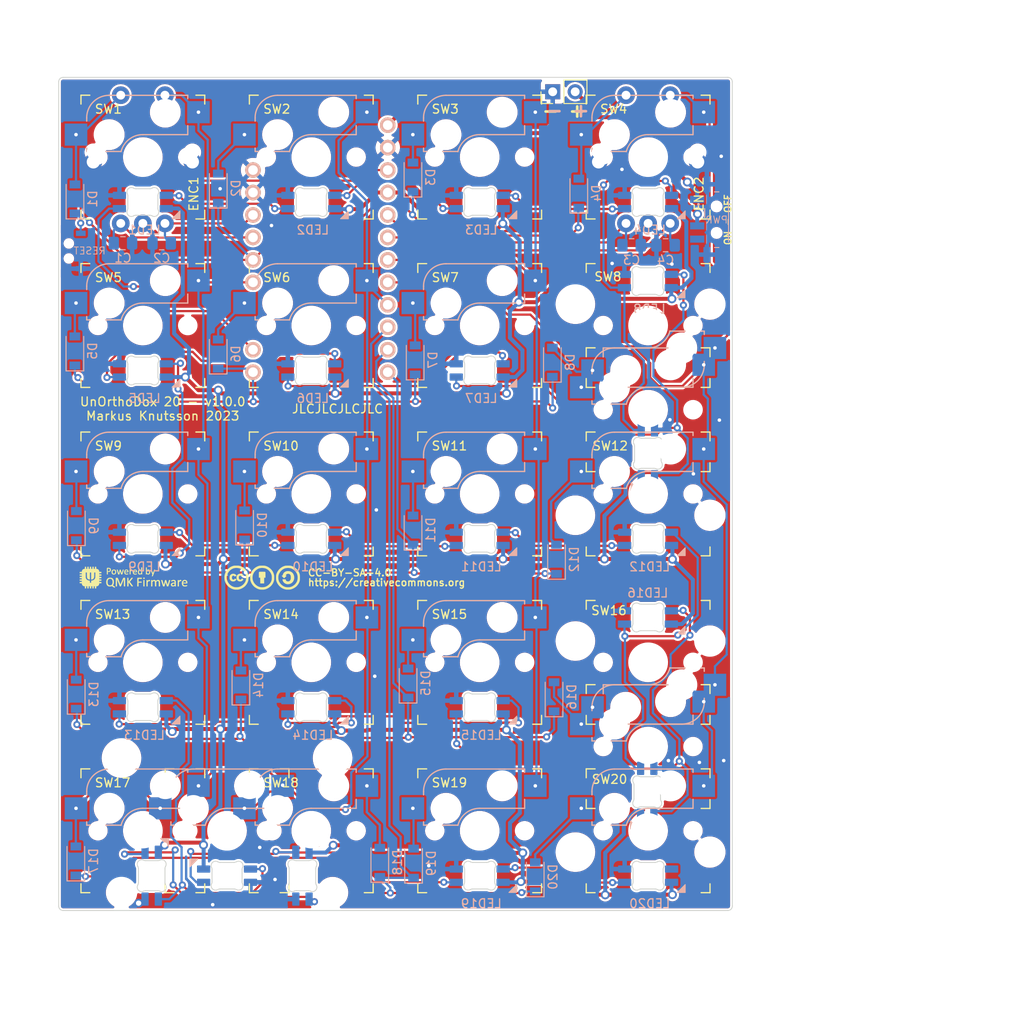
<source format=kicad_pcb>
(kicad_pcb (version 20211014) (generator pcbnew)
  (title_block (title "UnOrthoDox 20") (date "2023-04-15") (rev "v1.0.0") (company "Tweety's Wild Thinking") (comment 1 "Markus Knutsson <markus.knutsson@tweety.se>") (comment 2 "https://github.com/TweetyDaBird") (comment 3 "Licensed under Creative Commons BY-SA 4.0 International "))
  (layers (0 "F.Cu" signal) (31 "B.Cu" signal) (34 "B.Paste" user) (35 "F.Paste" user) (36 "B.SilkS" user "B.Silkscreen") (37 "F.SilkS" user "F.Silkscreen") (38 "B.Mask" user) (39 "F.Mask" user) (44 "Edge.Cuts" user))
  (net 0 "")
  (net 1 "Row0")
  (net 2 "Net-(D2-Pad2)")
  (net 3 "Net-(D3-Pad2)")
  (net 4 "Row1")
  (net 5 "Net-(D6-Pad2)")
  (net 6 "Net-(D7-Pad2)")
  (net 7 "A")
  (net 8 "Row2")
  (net 9 "Net-(D9-Pad2)")
  (net 10 "Net-(D10-Pad2)")
  (net 11 "Net-(D11-Pad2)")
  (net 12 "Net-(D12-Pad2)")
  (net 13 "Row3")
  (net 14 "Net-(D13-Pad2)")
  (net 15 "Net-(D14-Pad2)")
  (net 16 "Net-(D15-Pad2)")
  (net 17 "B")
  (net 18 "Row4")
  (net 19 "C")
  (net 20 "Net-(D18-Pad2)")
  (net 21 "Net-(D20-Pad2)")
  (net 22 "Col0")
  (net 23 "Col1")
  (net 24 "Col2")
  (net 25 "Col3")
  (net 26 "VCC")
  (net 27 "GND")
  (net 28 "RGB")
  (net 29 "Net-(LED1-Pad4)")
  (net 30 "Net-(LED2-Pad4)")
  (net 31 "Net-(LED3-Pad4)")
  (net 32 "Net-(D5-Pad2)")
  (net 33 "Enc1B")
  (net 34 "Enc2B")
  (net 35 "ENC1")
  (net 36 "ENC2")
  (net 37 "Enc2A")
  (net 38 "Enc1A")
  (net 39 "Net-(RES1-Pad1)")
  (net 40 "/Batt+")
  (net 41 "/RAW")
  (net 42 "Net-(D19-Pad2)")
  (net 43 "Net-(LED10-Pad2)")
  (net 44 "Net-(LED11-Pad4)")
  (net 45 "Net-(LED12-Pad4)")
  (net 46 "Net-(LED13-Pad4)")
  (net 47 "Net-(LED17-Pad4)")
  (net 48 "Net-(LED19-Pad4)")
  (net 50 "Net-(LED6-Pad2)")
  (net 51 "Net-(LED7-Pad2)")
  (net 52 "Net-(LED5-Pad4)")
  (net 53 "Net-(LED13-Pad2)")
  (net 54 "Net-(LED15-Pad2)")
  (net 55 "Net-(LED17A1-Pad4)")
  (net 56 "Net-(LED4-Pad4)")
  (net 57 "Net-(LED5-Pad2)")
  (net 58 "Net-(LED10-Pad4)")
  (net 59 "Net-(LED14-Pad2)")
  (footprint "Logotypes:CC_BY_SA_40_line" (layer "F.Cu") (at 142.33 90.140812)
    (fp_text reference "Logo1")
    (fp_text value "CC-BY-SA-4.0")
  )
  (footprint "Keyboard Switches:SW_MX_HotSwap" (layer "F.Cu") (at 176.94 80.76)
    (fp_text reference "SW12")
    (fp_text value "SW_MX_HotSwap" hide)
  )
  (footprint "Keyboard RGB:RGB_SK6812MINI-E" (layer "F.Cu") (at 157.89 80.76)
    (fp_text reference "LED11")
    (fp_text value "SK6812")
    (fp_line (start 1.699999 4.377157) (end 1.699999 5.782841) (layer "Edge.Cuts") (width 0.1))
    (fp_line (start 0.794452 6.579999) (end -0.794452 6.579999) (layer "Edge.Cuts") (width 0.1))
    (fp_line (start -0.794452 3.58) (end 0.794453 3.58) (layer "Edge.Cuts") (width 0.1))
    (fp_line (start -1.699999 5.782841) (end -1.699999 4.377157) (layer "Edge.Cuts") (width 0.1))
    (fp_arc (start -1.699999 5.782842) (mid -1.712527 5.894067) (end -1.749484 5.999719) (layer "Edge.Cuts") (width 0.1))
    (fp_arc (start 1.046711 3.511701) (mid 0.925123 3.562623) (end 0.794453 3.58) (layer "Edge.Cuts") (width 0.1))
    (fp_arc (start 1.749484 5.999719) (mid 1.712518 5.894069) (end 1.699999 5.782841) (layer "Edge.Cuts") (width 0.1))
    (fp_arc (start 1.749484 5.999718) (mid 1.638072 6.584034) (end 1.046711 6.648298) (layer "Edge.Cuts") (width 0.1))
    (fp_arc (start 1.046711 3.511701) (mid 1.638071 3.575964) (end 1.749484 4.160279) (layer "Edge.Cuts") (width 0.1))
    (fp_arc (start 0.794452 6.579999) (mid 0.925123 6.597376) (end 1.046711 6.648298) (layer "Edge.Cuts") (width 0.1))
    (fp_arc (start -1.04671 6.648298) (mid -0.925122 6.597376) (end -0.794452 6.579999) (layer "Edge.Cuts") (width 0.1))
    (fp_arc (start -1.046711 6.648296) (mid -1.63807 6.584033) (end -1.749484 5.999719) (layer "Edge.Cuts") (width 0.1))
    (fp_arc (start 1.699999 4.377156) (mid 1.712527 4.26593) (end 1.749484 4.160279) (layer "Edge.Cuts") (width 0.1))
    (fp_arc (start -1.749484 4.160279) (mid -1.712527 4.265931) (end -1.699999 4.377157) (layer "Edge.Cuts") (width 0.1))
    (fp_arc (start -0.794453 3.579999) (mid -0.925123 3.562622) (end -1.046711 3.5117) (layer "Edge.Cuts") (width 0.1))
    (fp_arc (start -1.749484 4.160279) (mid -1.638071 3.575964) (end -1.046711 3.5117) (layer "Edge.Cuts") (width 0.1))
  )
  (footprint "Keyboard Switches:SW_MX_HotSwap" (layer "F.Cu") (at 157.89 99.81)
    (fp_text reference "SW15")
    (fp_text value "SW_MX_HotSwap" hide)
  )
  (footprint "Keyboard Switches:SW_MX_HotSwap" (layer "F.Cu") (at 138.84 42.66)
    (fp_text reference "SW2")
    (fp_text value "SW_MX_HotSwap" hide)
  )
  (footprint "Keyboard RGB:RGB_SK6812MINI-E" (layer "F.Cu") (at 132.76 123.94 90)
    (fp_text reference "LED18" hide)
    (fp_text value "SK6812")
    (fp_line (start 1.699999 4.377157) (end 1.699999 5.782841) (layer "Edge.Cuts") (width 0.1))
    (fp_line (start -0.794452 3.58) (end 0.794453 3.58) (layer "Edge.Cuts") (width 0.1))
    (fp_line (start 0.794452 6.579999) (end -0.794452 6.579999) (layer "Edge.Cuts") (width 0.1))
    (fp_line (start -1.699999 5.782841) (end -1.699999 4.377157) (layer "Edge.Cuts") (width 0.1))
    (fp_arc (start 0.794452 6.579999) (mid 0.925123 6.597376) (end 1.046711 6.648298) (layer "Edge.Cuts") (width 0.1))
    (fp_arc (start 1.699999 4.377156) (mid 1.712527 4.26593) (end 1.749484 4.160279) (layer "Edge.Cuts") (width 0.1))
    (fp_arc (start 1.046711 3.511701) (mid 0.925123 3.562623) (end 0.794453 3.58) (layer "Edge.Cuts") (width 0.1))
    (fp_arc (start 1.749484 5.999719) (mid 1.712518 5.894069) (end 1.699999 5.782841) (layer "Edge.Cuts") (width 0.1))
    (fp_arc (start -1.04671 6.648298) (mid -0.925122 6.597376) (end -0.794452 6.579999) (layer "Edge.Cuts") (width 0.1))
    (fp_arc (start -0.794453 3.579999) (mid -0.925123 3.562622) (end -1.046711 3.5117) (layer "Edge.Cuts") (width 0.1))
    (fp_arc (start -1.046711 6.648296) (mid -1.63807 6.584033) (end -1.749484 5.999719) (layer "Edge.Cuts") (width 0.1))
    (fp_arc (start 1.046711 3.511701) (mid 1.638071 3.575964) (end 1.749484 4.160279) (layer "Edge.Cuts") (width 0.1))
    (fp_arc (start -1.749484 4.160279) (mid -1.712527 4.265931) (end -1.699999 4.377157) (layer "Edge.Cuts") (width 0.1))
    (fp_arc (start -1.699999 5.782842) (mid -1.712527 5.894067) (end -1.749484 5.999719) (layer "Edge.Cuts") (width 0.1))
    (fp_arc (start 1.749484 5.999718) (mid 1.638072 6.584034) (end 1.046711 6.648298) (layer "Edge.Cuts") (width 0.1))
    (fp_arc (start -1.749484 4.160279) (mid -1.638071 3.575964) (end -1.046711 3.5117) (layer "Edge.Cuts") (width 0.1))
  )
  (footprint "Keyboard RGB:RGB_SK6812MINI-E" (layer "F.Cu") (at 119.79 80.76)
    (fp_text reference "LED9")
    (fp_text value "SK6812")
    (fp_line (start 1.699999 4.377157) (end 1.699999 5.782841) (layer "Edge.Cuts") (width 0.1))
    (fp_line (start -0.794452 3.58) (end 0.794453 3.58) (layer "Edge.Cuts") (width 0.1))
    (fp_line (start -1.699999 5.782841) (end -1.699999 4.377157) (layer "Edge.Cuts") (width 0.1))
    (fp_line (start 0.794452 6.579999) (end -0.794452 6.579999) (layer "Edge.Cuts") (width 0.1))
    (fp_arc (start -1.749484 4.160279) (mid -1.712527 4.265931) (end -1.699999 4.377157) (layer "Edge.Cuts") (width 0.1))
    (fp_arc (start 1.749484 5.999718) (mid 1.638072 6.584034) (end 1.046711 6.648298) (layer "Edge.Cuts") (width 0.1))
    (fp_arc (start -1.046711 6.648296) (mid -1.63807 6.584033) (end -1.749484 5.999719) (layer "Edge.Cuts") (width 0.1))
    (fp_arc (start -0.794453 3.579999) (mid -0.925123 3.562622) (end -1.046711 3.5117) (layer "Edge.Cuts") (width 0.1))
    (fp_arc (start 1.749484 5.999719) (mid 1.712518 5.894069) (end 1.699999 5.782841) (layer "Edge.Cuts") (width 0.1))
    (fp_arc (start 1.046711 3.511701) (mid 0.925123 3.562623) (end 0.794453 3.58) (layer "Edge.Cuts") (width 0.1))
    (fp_arc (start 1.699999 4.377156) (mid 1.712527 4.26593) (end 1.749484 4.160279) (layer "Edge.Cuts") (width 0.1))
    (fp_arc (start -1.04671 6.648298) (mid -0.925122 6.597376) (end -0.794452 6.579999) (layer "Edge.Cuts") (width 0.1))
    (fp_arc (start 0.794452 6.579999) (mid 0.925123 6.597376) (end 1.046711 6.648298) (layer "Edge.Cuts") (width 0.1))
    (fp_arc (start 1.046711 3.511701) (mid 1.638071 3.575964) (end 1.749484 4.160279) (layer "Edge.Cuts") (width 0.1))
    (fp_arc (start -1.749484 4.160279) (mid -1.638071 3.575964) (end -1.046711 3.5117) (layer "Edge.Cuts") (width 0.1))
    (fp_arc (start -1.699999 5.782842) (mid -1.712527 5.894067) (end -1.749484 5.999719) (layer "Edge.Cuts") (width 0.1))
  )
  (footprint "Keyboard Switches:SW_MX_HotSwap" (layer "F.Cu") (at 138.84 118.86)
    (fp_text reference "SW18")
    (fp_text value "SW_MX_HotSwap" hide)
  )
  (footprint "Keyboard Controllers:ArduinoProMicro-BackSide_special" (layer "F.Cu") (at 139.87 53.018 -90)
    (fp_text reference "U1" hide)
    (fp_text value "ProMicro" hide)
  )
  (footprint "Keyboard Switches:SW_MX_HotSwap" (layer "F.Cu") (at 176.94 61.71 180)
    (fp_text reference "SW8")
    (fp_text value "SW_MX_HotSwap" hide)
  )
  (footprint "Keyboard Switches:SW_MX_HotSwap" (layer "F.Cu") (at 176.94 71.235)
    (fp_text reference "SW8A1" hide)
    (fp_text value "SW_MX_HotSwap" hide)
  )
  (footprint "Keyboard Switches:SW_MX_HotSwap" (layer "F.Cu") (at 176.94 118.86)
    (fp_text reference "SW20")
    (fp_text value "SW_MX_HotSwap" hide)
  )
  (footprint "Keyboard RGB:RGB_SK6812MINI-E" (layer "F.Cu") (at 138.84 61.71)
    (fp_text reference "LED6")
    (fp_text value "SK6812")
    (fp_line (start 1.699999 4.377157) (end 1.699999 5.782841) (layer "Edge.Cuts") (width 0.1))
    (fp_line (start -1.699999 5.782841) (end -1.699999 4.377157) (layer "Edge.Cuts") (width 0.1))
    (fp_line (start 0.794452 6.579999) (end -0.794452 6.579999) (layer "Edge.Cuts") (width 0.1))
    (fp_line (start -0.794452 3.58) (end 0.794453 3.58) (layer "Edge.Cuts") (width 0.1))
    (fp_arc (start -1.046711 6.648296) (mid -1.63807 6.584033) (end -1.749484 5.999719) (layer "Edge.Cuts") (width 0.1))
    (fp_arc (start -1.749484 4.160279) (mid -1.638071 3.575964) (end -1.046711 3.5117) (layer "Edge.Cuts") (width 0.1))
    (fp_arc (start 1.749484 5.999719) (mid 1.712518 5.894069) (end 1.699999 5.782841) (layer "Edge.Cuts") (width 0.1))
    (fp_arc (start 1.046711 3.511701) (mid 0.925123 3.562623) (end 0.794453 3.58) (layer "Edge.Cuts") (width 0.1))
    (fp_arc (start -1.749484 4.160279) (mid -1.712527 4.265931) (end -1.699999 4.377157) (layer "Edge.Cuts") (width 0.1))
    (fp_arc (start 1.046711 3.511701) (mid 1.638071 3.575964) (end 1.749484 4.160279) (layer "Edge.Cuts") (width 0.1))
    (fp_arc (start 1.749484 5.999718) (mid 1.638072 6.584034) (end 1.046711 6.648298) (layer "Edge.Cuts") (width 0.1))
    (fp_arc (start -0.794453 3.579999) (mid -0.925123 3.562622) (end -1.046711 3.5117) (layer "Edge.Cuts") (width 0.1))
    (fp_arc (start 0.794452 6.579999) (mid 0.925123 6.597376) (end 1.046711 6.648298) (layer "Edge.Cuts") (width 0.1))
    (fp_arc (start -1.699999 5.782842) (mid -1.712527 5.894067) (end -1.749484 5.999719) (layer "Edge.Cuts") (width 0.1))
    (fp_arc (start 1.699999 4.377156) (mid 1.712527 4.26593) (end 1.749484 4.160279) (layer "Edge.Cuts") (width 0.1))
    (fp_arc (start -1.04671 6.648298) (mid -0.925122 6.597376) (end -0.794452 6.579999) (layer "Edge.Cuts") (width 0.1))
  )
  (footprint "Keyboard RGB:RGB_SK6812MINI-E" (layer "F.Cu") (at 119.79 99.81)
    (fp_text reference "LED13")
    (fp_text value "SK6812")
    (fp_line (start 0.794452 6.579999) (end -0.794452 6.579999) (layer "Edge.Cuts") (width 0.1))
    (fp_line (start -1.699999 5.782841) (end -1.699999 4.377157) (layer "Edge.Cuts") (width 0.1))
    (fp_line (start -0.794452 3.58) (end 0.794453 3.58) (layer "Edge.Cuts") (width 0.1))
    (fp_line (start 1.699999 4.377157) (end 1.699999 5.782841) (layer "Edge.Cuts") (width 0.1))
    (fp_arc (start -0.794453 3.579999) (mid -0.925123 3.562622) (end -1.046711 3.5117) (layer "Edge.Cuts") (width 0.1))
    (fp_arc (start 1.699999 4.377156) (mid 1.712527 4.26593) (end 1.749484 4.160279) (layer "Edge.Cuts") (width 0.1))
    (fp_arc (start -1.699999 5.782842) (mid -1.712527 5.894067) (end -1.749484 5.999719) (layer "Edge.Cuts") (width 0.1))
    (fp_arc (start -1.04671 6.648298) (mid -0.925122 6.597376) (end -0.794452 6.579999) (layer "Edge.Cuts") (width 0.1))
    (fp_arc (start 0.794452 6.579999) (mid 0.925123 6.597376) (end 1.046711 6.648298) (layer "Edge.Cuts") (width 0.1))
    (fp_arc (start -1.749484 4.160279) (mid -1.638071 3.575964) (end -1.046711 3.5117) (layer "Edge.Cuts") (width 0.1))
    (fp_arc (start 1.046711 3.511701) (mid 0.925123 3.562623) (end 0.794453 3.58) (layer "Edge.Cuts") (width 0.1))
    (fp_arc (start -1.749484 4.160279) (mid -1.712527 4.265931) (end -1.699999 4.377157) (layer "Edge.Cuts") (width 0.1))
    (fp_arc (start -1.046711 6.648296) (mid -1.63807 6.584033) (end -1.749484 5.999719) (layer "Edge.Cuts") (width 0.1))
    (fp_arc (start 1.046711 3.511701) (mid 1.638071 3.575964) (end 1.749484 4.160279) (layer "Edge.Cuts") (width 0.1))
    (fp_arc (start 1.749484 5.999719) (mid 1.712518 5.894069) (end 1.699999 5.782841) (layer "Edge.Cuts") (width 0.1))
    (fp_arc (start 1.749484 5.999718) (mid 1.638072 6.584034) (end 1.046711 6.648298) (layer "Edge.Cuts") (width 0.1))
  )
  (footprint "Keyboard Switches:SW_MX_HotSwap" (layer "F.Cu") (at 119.79 61.71)
    (fp_text reference "SW5")
    (fp_text value "SW_MX_HotSwap" hide)
  )
  (footprint "Keyboard Switches:SW_MX_HotSwap" (layer "F.Cu") (at 176.94 42.66)
    (fp_text reference "SW4")
    (fp_text value "SW_MX_HotSwap" hide)
  )
  (footprint "Keyboard RGB:RGB_SK6812MINI-E" (layer "F.Cu") (at 138.84 80.76)
    (fp_text reference "LED10")
    (fp_text value "SK6812")
    (fp_line (start 0.794452 6.579999) (end -0.794452 6.579999) (layer "Edge.Cuts") (width 0.1))
    (fp_line (start -0.794452 3.58) (end 0.794453 3.58) (layer "Edge.Cuts") (width 0.1))
    (fp_line (start -1.699999 5.782841) (end -1.699999 4.377157) (layer "Edge.Cuts") (width 0.1))
    (fp_line (start 1.699999 4.377157) (end 1.699999 5.782841) (layer "Edge.Cuts") (width 0.1))
    (fp_arc (start -1.04671 6.648298) (mid -0.925122 6.597376) (end -0.794452 6.579999) (layer "Edge.Cuts") (width 0.1))
    (fp_arc (start -1.749484 4.160279) (mid -1.638071 3.575964) (end -1.046711 3.5117) (layer "Edge.Cuts") (width 0.1))
    (fp_arc (start 1.046711 3.511701) (mid 1.638071 3.575964) (end 1.749484 4.160279) (layer "Edge.Cuts") (width 0.1))
    (fp_arc (start 1.749484 5.999719) (mid 1.712518 5.894069) (end 1.699999 5.782841) (layer "Edge.Cuts") (width 0.1))
    (fp_arc (start -0.794453 3.579999) (mid -0.925123 3.562622) (end -1.046711 3.5117) (layer "Edge.Cuts") (width 0.1))
    (fp_arc (start -1.749484 4.160279) (mid -1.712527 4.265931) (end -1.699999 4.377157) (layer "Edge.Cuts") (width 0.1))
    (fp_arc (start -1.699999 5.782842) (mid -1.712527 5.894067) (end -1.749484 5.999719) (layer "Edge.Cuts") (width 0.1))
    (fp_arc (start 1.749484 5.999718) (mid 1.638072 6.584034) (end 1.046711 6.648298) (layer "Edge.Cuts") (width 0.1))
    (fp_arc (start 0.794452 6.579999) (mid 0.925123 6.597376) (end 1.046711 6.648298) (layer "Edge.Cuts") (width 0.1))
    (fp_arc (start 1.699999 4.377156) (mid 1.712527 4.26593) (end 1.749484 4.160279) (layer "Edge.Cuts") (width 0.1))
    (fp_arc (start 1.046711 3.511701) (mid 0.925123 3.562623) (end 0.794453 3.58) (layer "Edge.Cuts") (width 0.1))
    (fp_arc (start -1.046711 6.648296) (mid -1.63807 6.584033) (end -1.749484 5.999719) (layer "Edge.Cuts") (width 0.1))
  )
  (footprint "Keyboard RGB:RGB_SK6812MINI-E" (layer "F.Cu") (at 157.89 42.66)
    (fp_text reference "LED3")
    (fp_text value "SK6812")
    (fp_line (start 1.699999 4.377157) (end 1.699999 5.782841) (layer "Edge.Cuts") (width 0.1))
    (fp_line (start 0.794452 6.579999) (end -0.794452 6.579999) (layer "Edge.Cuts") (width 0.1))
    (fp_line (start -0.794452 3.58) (end 0.794453 3.58) (layer "Edge.Cuts") (width 0.1))
    (fp_line (start -1.699999 5.782841) (end -1.699999 4.377157) (layer "Edge.Cuts") (width 0.1))
    (fp_arc (start -1.749484 4.160279) (mid -1.712527 4.265931) (end -1.699999 4.377157) (layer "Edge.Cuts") (width 0.1))
    (fp_arc (start 0.794452 6.579999) (mid 0.925123 6.597376) (end 1.046711 6.648298) (layer "Edge.Cuts") (width 0.1))
    (fp_arc (start -0.794453 3.579999) (mid -0.925123 3.562622) (end -1.046711 3.5117) (layer "Edge.Cuts") (width 0.1))
    (fp_arc (start 1.046711 3.511701) (mid 0.925123 3.562623) (end 0.794453 3.58) (layer "Edge.Cuts") (width 0.1))
    (fp_arc (start 1.046711 3.511701) (mid 1.638071 3.575964) (end 1.749484 4.160279) (layer "Edge.Cuts") (width 0.1))
    (fp_arc (start -1.04671 6.648298) (mid -0.925122 6.597376) (end -0.794452 6.579999) (layer "Edge.Cuts") (width 0.1))
    (fp_arc (start 1.749484 5.999718) (mid 1.638072 6.584034) (end 1.046711 6.648298) (layer "Edge.Cuts") (width 0.1))
    (fp_arc (start 1.749484 5.999719) (mid 1.712518 5.894069) (end 1.699999 5.782841) (layer "Edge.Cuts") (width 0.1))
    (fp_arc (start -1.749484 4.160279) (mid -1.638071 3.575964) (end -1.046711 3.5117) (layer "Edge.Cuts") (width 0.1))
    (fp_arc (start -1.046711 6.648296) (mid -1.63807 6.584033) (end -1.749484 5.999719) (layer "Edge.Cuts") (width 0.1))
    (fp_arc (start -1.699999 5.782842) (mid -1.712527 5.894067) (end -1.749484 5.999719) (layer "Edge.Cuts") (width 0.1))
    (fp_arc (start 1.699999 4.377156) (mid 1.712527 4.26593) (end 1.749484 4.160279) (layer "Edge.Cuts") (width 0.1))
  )
  (footprint "Keyboard RGB:RGB_SK6812MINI-E" (layer "F.Cu") (at 176.94 42.66)
    (fp_text reference "LED4")
    (fp_text value "SK6812")
    (fp_line (start -1.699999 5.782841) (end -1.699999 4.377157) (layer "Edge.Cuts") (width 0.1))
    (fp_line (start -0.794452 3.58) (end 0.794453 3.58) (layer "Edge.Cuts") (width 0.1))
    (fp_line (start 1.699999 4.377157) (end 1.699999 5.782841) (layer "Edge.Cuts") (width 0.1))
    (fp_line (start 0.794452 6.579999) (end -0.794452 6.579999) (layer "Edge.Cuts") (width 0.1))
    (fp_arc (start 1.749484 5.999718) (mid 1.638072 6.584034) (end 1.046711 6.648298) (layer "Edge.Cuts") (width 0.1))
    (fp_arc (start 1.749484 5.999719) (mid 1.712518 5.894069) (end 1.699999 5.782841) (layer "Edge.Cuts") (width 0.1))
    (fp_arc (start 0.794452 6.579999) (mid 0.925123 6.597376) (end 1.046711 6.648298) (layer "Edge.Cuts") (width 0.1))
    (fp_arc (start -0.794453 3.579999) (mid -0.925123 3.562622) (end -1.046711 3.5117) (layer "Edge.Cuts") (width 0.1))
    (fp_arc (start -1.749484 4.160279) (mid -1.712527 4.265931) (end -1.699999 4.377157) (layer "Edge.Cuts") (width 0.1))
    (fp_arc (start 1.699999 4.377156) (mid 1.712527 4.26593) (end 1.749484 4.160279) (layer "Edge.Cuts") (width 0.1))
    (fp_arc (start -1.699999 5.782842) (mid -1.712527 5.894067) (end -1.749484 5.999719) (layer "Edge.Cuts") (width 0.1))
    (fp_arc (start -1.749484 4.160279) (mid -1.638071 3.575964) (end -1.046711 3.5117) (layer "Edge.Cuts") (width 0.1))
    (fp_arc (start -1.046711 6.648296) (mid -1.63807 6.584033) (end -1.749484 5.999719) (layer "Edge.Cuts") (width 0.1))
    (fp_arc (start -1.04671 6.648298) (mid -0.925122 6.597376) (end -0.794452 6.579999) (layer "Edge.Cuts") (width 0.1))
    (fp_arc (start 1.046711 3.511701) (mid 1.638071 3.575964) (end 1.749484 4.160279) (layer "Edge.Cuts") (width 0.1))
    (fp_arc (start 1.046711 3.511701) (mid 0.925123 3.562623) (end 0.794453 3.58) (layer "Edge.Cuts") (width 0.1))
  )
  (footprint "Keyboard RGB:RGB_SK6812MINI-E" (layer "F.Cu") (at 181.92 114.45 -90)
    (fp_text reference "LED16A1" hide)
    (fp_text value "SK6812")
    (fp_line (start -0.794452 3.58) (end 0.794453 3.58) (layer "Edge.Cuts") (width 0.1))
    (fp_line (start 0.794452 6.579999) (end -0.794452 6.579999) (layer "Edge.Cuts") (width 0.1))
    (fp_line (start -1.699999 5.782841) (end -1.699999 4.377157) (layer "Edge.Cuts") (width 0.1))
    (fp_line (start 1.699999 4.377157) (end 1.699999 5.782841) (layer "Edge.Cuts") (width 0.1))
    (fp_arc (start -1.699999 5.782842) (mid -1.712527 5.894067) (end -1.749484 5.999719) (layer "Edge.Cuts") (width 0.1))
    (fp_arc (start -1.046711 6.648296) (mid -1.63807 6.584033) (end -1.749484 5.999719) (layer "Edge.Cuts") (width 0.1))
    (fp_arc (start -0.794453 3.579999) (mid -0.925123 3.562622) (end -1.046711 3.5117) (layer "Edge.Cuts") (width 0.1))
    (fp_arc (start 1.046711 3.511701) (mid 0.925123 3.562623) (end 0.794453 3.58) (layer "Edge.Cuts") (width 0.1))
    (fp_arc (start 1.046711 3.511701) (mid 1.638071 3.575964) (end 1.749484 4.160279) (layer "Edge.Cuts") (width 0.1))
    (fp_arc (start 1.699999 4.377156) (mid 1.712527 4.26593) (end 1.749484 4.160279) (layer "Edge.Cuts") (width 0.1))
    (fp_arc (start -1.749484 4.160279) (mid -1.712527 4.265931) (end -1.699999 4.377157) (layer "Edge.Cuts") (width 0.1))
    (fp_arc (start 1.749484 5.999718) (mid 1.638072 6.584034) (end 1.046711 6.648298) (layer "Edge.Cuts") (width 0.1))
    (fp_arc (start 0.794452 6.579999) (mid 0.925123 6.597376) (end 1.046711 6.648298) (layer "Edge.Cuts") (width 0.1))
    (fp_arc (start -1.04671 6.648298) (mid -0.925122 6.597376) (end -0.794452 6.579999) (layer "Edge.Cuts") (width 0.1))
    (fp_arc (start -1.749484 4.160279) (mid -1.638071 3.575964) (end -1.046711 3.5117) (layer "Edge.Cuts") (width 0.1))
    (fp_arc (start 1.749484 5.999719) (mid 1.712518 5.894069) (end 1.699999 5.782841) (layer "Edge.Cuts") (width 0.1))
  )
  (footprint "Keyboard RGB:RGB_SK6812MINI-E" (layer "F.Cu") (at 138.84 99.81)
    (fp_text reference "LED14")
    (fp_text value "SK6812")
    (fp_line (start -1.699999 5.782841) (end -1.699999 4.377157) (layer "Edge.Cuts") (width 0.1))
    (fp_line (start -0.794452 3.58) (end 0.794453 3.58) (layer "Edge.Cuts") (width 0.1))
    (fp_line (start 1.699999 4.377157) (end 1.699999 5.782841) (layer "Edge.Cuts") (width 0.1))
    (fp_line (start 0.794452 6.579999) (end -0.794452 6.579999) (layer "Edge.Cuts") (width 0.1))
    (fp_arc (start -1.699999 5.782842) (mid -1.712527 5.894067) (end -1.749484 5.999719) (layer "Edge.Cuts") (width 0.1))
    (fp_arc (start 1.046711 3.511701) (mid 1.638071 3.575964) (end 1.749484 4.160279) (layer "Edge.Cuts") (width 0.1))
    (fp_arc (start -0.794453 3.579999) (mid -0.925123 3.562622) (end -1.046711 3.5117) (layer "Edge.Cuts") (width 0.1))
    (fp_arc (start -1.046711 6.648296) (mid -1.63807 6.584033) (end -1.749484 5.999719) (layer "Edge.Cuts") (width 0.1))
    (fp_arc (start 1.699999 4.377156) (mid 1.712527 4.26593) (end 1.749484 4.160279) (layer "Edge.Cuts") (width 0.1))
    (fp_arc (start 1.046711 3.511701) (mid 0.925123 3.562623) (end 0.794453 3.58) (layer "Edge.Cuts") (width 0.1))
    (fp_arc (start -1.749484 4.160279) (mid -1.712527 4.265931) (end -1.699999 4.377157) (layer "Edge.Cuts") (width 0.1))
    (fp_arc (start -1.04671 6.648298) (mid -0.925122 6.597376) (end -0.794452 6.579999) (layer "Edge.Cuts") (width 0.1))
    (fp_arc (start 0.794452 6.579999) (mid 0.925123 6.597376) (end 1.046711 6.648298) (layer "Edge.Cuts") (width 0.1))
    (fp_arc (start 1.749484 5.999719) (mid 1.712518 5.894069) (end 1.699999 5.782841) (layer "Edge.Cuts") (width 0.1))
    (fp_arc (start 1.749484 5.999718) (mid 1.638072 6.584034) (end 1.046711 6.648298) (layer "Edge.Cuts") (width 0.1))
    (fp_arc (start -1.749484 4.160279) (mid -1.638071 3.575964) (end -1.046711 3.5117) (layer "Edge.Cuts") (width 0.1))
  )
  (footprint "Keyboard RGB:RGB_SK6812MINI-E" (layer "F.Cu") (at 176.94 118.86)
    (fp_text reference "LED20")
    (fp_text value "SK6812")
    (fp_line (start 1.699999 4.377157) (end 1.699999 5.782841) (layer "Edge.Cuts") (width 0.1))
    (fp_line (start -1.699999 5.782841) (end -1.699999 4.377157) (layer "Edge.Cuts") (width 0.1))
    (fp_line (start 0.794452 6.579999) (end -0.794452 6.579999) (layer "Edge.Cuts") (width 0.1))
    (fp_line (start -0.794452 3.58) (end 0.794453 3.58) (layer "Edge.Cuts") (width 0.1))
    (fp_arc (start 1.046711 3.511701) (mid 0.925123 3.562623) (end 0.794453 3.58) (layer "Edge.Cuts") (width 0.1))
    (fp_arc (start -1.046711 6.648296) (mid -1.63807 6.584033) (end -1.749484 5.999719) (layer "Edge.Cuts") (width 0.1))
    (fp_arc (start 1.749484 5.999718) (mid 1.638072 6.584034) (end 1.046711 6.648298) (layer "Edge.Cuts") (width 0.1))
    (fp_arc (start -0.794453 3.579999) (mid -0.925123 3.562622) (end -1.046711 3.5117) (layer "Edge.Cuts") (width 0.1))
    (fp_arc (start -1.749484 4.160279) (mid -1.712527 4.265931) (end -1.699999 4.377157) (layer "Edge.Cuts") (width 0.1))
    (fp_arc (start -1.04671 6.648298) (mid -0.925122 6.597376) (end -0.794452 6.579999) (layer "Edge.Cuts") (width 0.1))
    (fp_arc (start -1.749484 4.160279) (mid -1.638071 3.575964) (end -1.046711 3.5117) (layer "Edge.Cuts") (width 0.1))
    (fp_arc (start 1.046711 3.511701) (mid 1.638071 3.575964) (end 1.749484 4.160279) (layer "Edge.Cuts") (width 0.1))
    (fp_arc (start -1.699999 5.782842) (mid -1.712527 5.894067) (end -1.749484 5.999719) (layer "Edge.Cuts") (width 0.1))
    (fp_arc (start 0.794452 6.579999) (mid 0.925123 6.597376) (end 1.046711 6.648298) (layer "Edge.Cuts") (width 0.1))
    (fp_arc (start 1.749484 5.999719) (mid 1.712518 5.894069) (end 1.699999 5.782841) (layer "Edge.Cuts") (width 0.1))
    (fp_arc (start 1.699999 4.377156) (mid 1.712527 4.26593) (end 1.749484 4.160279) (layer "Edge.Cuts") (width 0.1))
  )
  (footprint "Keyboard Switches:SW_MX_HotSwap" (layer "F.Cu") (at 157.89 118.86)
    (fp_text reference "SW19")
    (fp_text value "SW_MX_HotSwap" hide)
  )
  (footprint "Keyboard RGB:RGB_SK6812MINI-E" (layer "F.Cu") (at 119.79 42.66)
    (fp_text reference "LED1")
    (fp_text value "SK6812")
    (fp_line (start -1.699999 5.782841) (end -1.699999 4.377157) (layer "Edge.Cuts") (width 0.1))
    (fp_line (start -0.794452 3.58) (end 0.794453 3.58) (layer "Edge.Cuts") (width 0.1))
    (fp_line (start 0.794452 6.579999) (end -0.794452 6.579999) (layer "Edge.Cuts") (width 0.1))
    (fp_line (start 1.699999 4.377157) (end 1.699999 5.782841) (layer "Edge.Cuts") (width 0.1))
    (fp_arc (start -0.794453 3.579999) (mid -0.925123 3.562622) (end -1.046711 3.5117) (layer "Edge.Cuts") (width 0.1))
    (fp_arc (start -1.749484 4.160279) (mid -1.638071 3.575964) (end -1.046711 3.5117) (layer "Edge.Cuts") (width 0.1))
    (fp_arc (start 1.749484 5.999718) (mid 1.638072 6.584034) (end 1.046711 6.648298) (layer "Edge.Cuts") (width 0.1))
    (fp_arc (start -1.699999 5.782842) (mid -1.712527 5.894067) (end -1.749484 5.999719) (layer "Edge.Cuts") (width 0.1))
    (fp_arc (start 1.749484 5.999719) (mid 1.712518 5.894069) (end 1.699999 5.782841) (layer "Edge.Cuts") (width 0.1))
    (fp_arc (start 1.046711 3.511701) (mid 0.925123 3.562623) (end 0.794453 3.58) (layer "Edge.Cuts") (width 0.1))
    (fp_arc (start -1.046711 6.648296) (mid -1.63807 6.584033) (end -1.749484 5.999719) (layer "Edge.Cuts") (width 0.1))
    (fp_arc (start -1.749484 4.160279) (mid -1.712527 4.265931) (end -1.699999 4.377157) (layer "Edge.Cuts") (width 0.1))
    (fp_arc (start 0.794452 6.579999) (mid 0.925123 6.597376) (end 1.046711 6.648298) (layer "Edge.Cuts") (width 0.1))
    (fp_arc (start -1.04671 6.648298) (mid -0.925122 6.597376) (end -0.794452 6.579999) (layer "Edge.Cuts") (width 0.1))
    (fp_arc (start 1.046711 3.511701) (mid 1.638071 3.575964) (end 1.749484 4.160279) (layer "Edge.Cuts") (width 0.1))
    (fp_arc (start 1.699999 4.377156) (mid 1.712527 4.26593) (end 1.749484 4.160279) (layer "Edge.Cuts") (width 0.1))
  )
  (footprint "Keyboard Switches:SW_MX_HotSwap" (layer "F.Cu") (at 138.84 99.81)
    (fp_text reference "SW14")
    (fp_text value "SW_MX_HotSwap" hide)
  )
  (footprint "Keyboard RGB:RGB_SK6812MINI-E" (layer "F.Cu") (at 181.992501 76.1625 -90)
    (fp_text reference "LED8A1" hide)
    (fp_text value "SK6812")
    (fp_line (start 0.794452 6.579999) (end -0.794452 6.579999) (layer "Edge.Cuts") (width 0.1))
    (fp_line (start 1.699999 4.377157) (end 1.699999 5.782841) (layer "Edge.Cuts") (width 0.1))
    (fp_line (start -1.699999 5.782841) (end -1.699999 4.377157) (layer "Edge.Cuts") (width 0.1))
    (fp_line (start -0.794452 3.58) (end 0.794453 3.58) (layer "Edge.Cuts") (width 0.1))
    (fp_arc (start 0.794452 6.579999) (mid 0.925123 6.597376) (end 1.046711 6.648298) (layer "Edge.Cuts") (width 0.1))
    (fp_arc (start -1.699999 5.782842) (mid -1.712527 5.894067) (end -1.749484 5.999719) (layer "Edge.Cuts") (width 0.1))
    (fp_arc (start -1.046711 6.648296) (mid -1.63807 6.584033) (end -1.749484 5.999719) (layer "Edge.Cuts") (width 0.1))
    (fp_arc (start 1.699999 4.377156) (mid 1.712527 4.26593) (end 1.749484 4.160279) (layer "Edge.Cuts") (width 0.1))
    (fp_arc (start 1.046711 3.511701) (mid 1.638071 3.575964) (end 1.749484 4.160279) (layer "Edge.Cuts") (width 0.1))
    (fp_arc (start -1.04671 6.648298) (mid -0.925122 6.597376) (end -0.794452 6.579999) (layer "Edge.Cuts") (width 0.1))
    (fp_arc (start 1.749484 5.999718) (mid 1.638072 6.584034) (end 1.046711 6.648298) (layer "Edge.Cuts") (width 0.1))
    (fp_arc (start 1.749484 5.999719) (mid 1.712518 5.894069) (end 1.699999 5.782841) (layer "Edge.Cuts") (width 0.1))
    (fp_arc (start -1.749484 4.160279) (mid -1.712527 4.265931) (end -1.699999 4.377157) (layer "Edge.Cuts") (width 0.1))
    (fp_arc (start -1.749484 4.160279) (mid -1.638071 3.575964) (end -1.046711 3.5117) (layer "Edge.Cuts") (width 0.1))
    (fp_arc (start -0.794453 3.579999) (mid -0.925123 3.562622) (end -1.046711 3.5117) (layer "Edge.Cuts") (width 0.1))
    (fp_arc (start 1.046711 3.511701) (mid 0.925123 3.562623) (end 0.794453 3.58) (layer "Edge.Cuts") (width 0.1))
  )
  (footprint "Keyboard RGB:RGB_SK6812MINI-E" (layer "F.Cu") (at 157.89 118.86)
    (fp_text reference "LED19")
    (fp_text value "SK6812")
    (fp_line (start -1.699999 5.782841) (end -1.699999 4.377157) (layer "Edge.Cuts") (width 0.1))
    (fp_line (start 0.794452 6.579999) (end -0.794452 6.579999) (layer "Edge.Cuts") (width 0.1))
    (fp_line (start -0.794452 3.58) (end 0.794453 3.58) (layer "Edge.Cuts") (width 0.1))
    (fp_line (start 1.699999 4.377157) (end 1.699999 5.782841) (layer "Edge.Cuts") (width 0.1))
    (fp_arc (start 1.749484 5.999718) (mid 1.638072 6.584034) (end 1.046711 6.648298) (layer "Edge.Cuts") (width 0.1))
    (fp_arc (start 1.699999 4.377156) (mid 1.712527 4.26593) (end 1.749484 4.160279) (layer "Edge.Cuts") (width 0.1))
    (fp_arc (start -1.749484 4.160279) (mid -1.712527 4.265931) (end -1.699999 4.377157) (layer "Edge.Cuts") (width 0.1))
    (fp_arc (start 1.046711 3.511701) (mid 0.925123 3.562623) (end 0.794453 3.58) (layer "Edge.Cuts") (width 0.1))
    (fp_arc (start 1.046711 3.511701) (mid 1.638071 3.575964) (end 1.749484 4.160279) (layer "Edge.Cuts") (width 0.1))
    (fp_arc (start -1.699999 5.782842) (mid -1.712527 5.894067) (end -1.749484 5.999719) (layer "Edge.Cuts") (width 0.1))
    (fp_arc (start -1.04671 6.648298) (mid -0.925122 6.597376) (end -0.794452 6.579999) (layer "Edge.Cuts") (width 0.1))
    (fp_arc (start -1.749484 4.160279) (mid -1.638071 3.575964) (end -1.046711 3.5117) (layer "Edge.Cuts") (width 0.1))
    (fp_arc (start -0.794453 3.579999) (mid -0.925123 3.562622) (end -1.046711 3.5117) (layer "Edge.Cuts") (width 0.1))
    (fp_arc (start 0.794452 6.579999) (mid 0.925123 6.597376) (end 1.046711 6.648298) (layer "Edge.Cuts") (width 0.1))
    (fp_arc (start -1.046711 6.648296) (mid -1.63807 6.584033) (end -1.749484 5.999719) (layer "Edge.Cuts") (width 0.1))
    (fp_arc (start 1.749484 5.999719) (mid 1.712518 5.894069) (end 1.699999 5.782841) (layer "Edge.Cuts") (width 0.1))
  )
  (footprint "Connector_PinHeader_2.54mm:PinHeader_1x02_P2.54mm_Vertical" (layer "F.Cu") (at 166.15 35.271 90)
    (fp_text reference "J1" hide)
    (fp_text value "Conn_01x02")
  )
  (footprint "Keyboard Switches:SW_MX_HotSwap" (layer "F.Cu") (at 138.84 80.76)
    (fp_text reference "SW10")
    (fp_text value "SW_MX_HotSwap" hide)
  )
  (footprint "Keyboard Switches:SW_MX_HotSwap" (layer "F.Cu") (at 119.79 80.76)
    (fp_text reference "SW9")
    (fp_text value "SW_MX_HotSwap" hide)
  )
  (footprint "Keyboard RGB:RGB_SK6812MINI-E" (layer "F.Cu") (at 176.92 89.65)
    (fp_text reference "LED16")
    (fp_text value "SK6812")
    (fp_line (start 1.699999 4.377157) (end 1.699999 5.782841) (layer "Edge.Cuts") (width 0.1))
    (fp_line (start -1.699999 5.782841) (end -1.699999 4.377157) (layer "Edge.Cuts") (width 0.1))
    (fp_line (start -0.794452 3.58) (end 0.794453 3.58) (layer "Edge.Cuts") (width 0.1))
    (fp_line (start 0.794452 6.579999) (end -0.794452 6.579999) (layer "Edge.Cuts") (width 0.1))
    (fp_arc (start -1.04671 6.648298) (mid -0.925122 6.597376) (end -0.794452 6.579999) (layer "Edge.Cuts") (width 0.1))
    (fp_arc (start -1.699999 5.782842) (mid -1.712527 5.894067) (end -1.749484 5.999719) (layer "Edge.Cuts") (width 0.1))
    (fp_arc (start 0.794452 6.579999) (mid 0.925123 6.597376) (end 1.046711 6.648298) (layer "Edge.Cuts") (width 0.1))
    (fp_arc (start 1.046711 3.511701) (mid 0.925123 3.562623) (end 0.794453 3.58) (layer "Edge.Cuts") (width 0.1))
    (fp_arc (start -0.794453 3.579999) (mid -0.925123 3.562622) (end -1.046711 3.5117) (layer "Edge.Cuts") (width 0.1))
    (fp_arc (start 1.749484 5.999719) (mid 1.712518 5.894069) (end 1.699999 5.782841) (layer "Edge.Cuts") (width 0.1))
    (fp_arc (start 1.699999 4.377156) (mid 1.712527 4.26593) (end 1.749484 4.160279) (layer "Edge.Cuts") (width 0.1))
    (fp_arc (start 1.046711 3.511701) (mid 1.638071 3.575964) (end 1.749484 4.160279) (layer "Edge.Cuts") (width 0.1))
    (fp_arc (start -1.749484 4.160279) (mid -1.712527 4.265931) (end -1.699999 4.377157) (layer "Edge.Cuts") (width 0.1))
    (fp_arc (start 1.749484 5.999718) (mid 1.638072 6.584034) (end 1.046711 6.648298) (layer "Edge.Cuts") (width 0.1))
    (fp_arc (start -1.749484 4.160279) (mid -1.638071 3.575964) (end -1.046711 3.5117) (layer "Edge.Cuts") (width 0.1))
    (fp_arc (start -1.046711 6.648296) (mid -1.63807 6.584033) (end -1.749484 5.999719) (layer "Edge.Cuts") (width 0.1))
  )
  (footprint "Keyboard RGB:RGB_SK6812MINI-E" (layer "F.Cu") (at 157.89 61.71)
    (fp_text reference "LED7")
    (fp_text value "SK6812")
    (fp_line (start 1.699999 4.377157) (end 1.699999 5.782841) (layer "Edge.Cuts") (width 0.1))
    (fp_line (start 0.794452 6.579999) (end -0.794452 6.579999) (layer "Edge.Cuts") (width 0.1))
    (fp_line (start -1.699999 5.782841) (end -1.699999 4.377157) (layer "Edge.Cuts") (width 0.1))
    (fp_line (start -0.794452 3.58) (end 0.794453 3.58) (layer "Edge.Cuts") (width 0.1))
    (fp_arc (start -1.046711 6.648296) (mid -1.63807 6.584033) (end -1.749484 5.999719) (layer "Edge.Cuts") (width 0.1))
    (fp_arc (start -1.699999 5.782842) (mid -1.712527 5.894067) (end -1.749484 5.999719) (layer "Edge.Cuts") (width 0.1))
    (fp_arc (start 1.046711 3.511701) (mid 0.925123 3.562623) (end 0.794453 3.58) (layer "Edge.Cuts") (width 0.1))
    (fp_arc (start 1.749484 5.999718) (mid 1.638072 6.584034) (end 1.046711 6.648298) (layer "Edge.Cuts") (width 0.1))
    (fp_arc (start 1.699999 4.377156) (mid 1.712527 4.26593) (end 1.749484 4.160279) (layer "Edge.Cuts") (width 0.1))
    (fp_arc (start -1.04671 6.648298) (mid -0.925122 6.597376) (end -0.794452 6.579999) (layer "Edge.Cuts") (width 0.1))
    (fp_arc (start 1.046711 3.511701) (mid 1.638071 3.575964) (end 1.749484 4.160279) (layer "Edge.Cuts") (width 0.1))
    (fp_arc (start -1.749484 4.160279) (mid -1.638071 3.575964) (end -1.046711 3.5117) (layer "Edge.Cuts") (width 0.1))
    (fp_arc (start 1.749484 5.999719) (mid 1.712518 5.894069) (end 1.699999 5.782841) (layer "Edge.Cuts") (width 0.1))
    (fp_arc (start 0.794452 6.579999) (mid 0.925123 6.597376) (end 1.046711 6.648298) (layer "Edge.Cuts") (width 0.1))
    (fp_arc (start -1.749484 4.160279) (mid -1.712527 4.265931) (end -1.699999 4.377157) (layer "Edge.Cuts") (width 0.1))
    (fp_arc (start -0.794453 3.579999) (mid -0.925123 3.562622) (end -1.046711 3.5117) (layer "Edge.Cuts") (width 0.1))
  )
  (footprint "Keyboard Switches:SW_MX_HotSwap" (layer "F.Cu") (at 129.315 118.86)
    (fp_text reference "SW17A1" hide)
    (fp_text value "SW_MX_HotSwap" hide)
  )
  (footprint "Keyboard Stabilizer:Stabilizer_Cherry_MX_2.00u" (layer "F.Cu") (at 129.315 118.86 180)
    (fp_text reference "ST1" hide)
    (fp_text value "Stabilizer_2u_MX")
  )
  (footprint "Keyboard Switches:SW_MX_HotSwap" (layer "F.Cu") (at 119.79 42.66)
    (fp_text reference "SW1")
    (fp_text value "SW_MX_HotSwap" hide)
  )
  (footprint "Keyboard Switches:SW_MX_HotSwap" (layer "F.Cu") (at 119.79 118.86)
    (fp_text reference "SW17")
    (fp_text value "SW_MX_HotSwap" hide)
  )
  (footprint "Keyboard Stabilizer:Stabilizer_Cherry_MX_2.00u" (layer "F.Cu") (at 176.94 71.235 -90)
    (fp_text reference "ST2" hide)
    (fp_text value "Stabilizer_2u_MX")
  )
  (footprint "Keyboard RGB:RGB_SK6812MINI-E" (layer "F.Cu") (at 115.71 123.94 90)
    (fp_text reference "LED17" hide)
    (fp_text value "SK6812")
    (fp_line (start 1.699999 4.377157) (end 1.699999 5.782841) (layer "Edge.Cuts") (width 0.1))
    (fp_line (start -0.794452 3.58) (end 0.794453 3.58) (layer "Edge.Cuts") (width 0.1))
    (fp_line (start -1.699999 5.782841) (end -1.699999 4.377157) (layer "Edge.Cuts") (width 0.1))
    (fp_line (start 0.794452 6.579999) (end -0.794452 6.579999) (layer "Edge.Cuts") (width 0.1))
    (fp_arc (start -1.749484 4.160279) (mid -1.712527 4.265931) (end -1.699999 4.377157) (layer "Edge.Cuts") (width 0.1))
    (fp_arc (start 1.749484 5.999718) (mid 1.638072 6.584034) (end 1.046711 6.648298) (layer "Edge.Cuts") (width 0.1))
    (fp_arc (start -1.699999 5.782842) (mid -1.712527 5.894067) (end -1.749484 5.999719) (layer "Edge.Cuts") (width 0.1))
    (fp_arc (start 0.794452 6.579999) (mid 0.925123 6.597376) (end 1.046711 6.648298) (layer "Edge.Cuts") (width 0.1))
    (fp_arc (start -1.04671 6.648298) (mid -0.925122 6.597376) (end -0.794452 6.579999) (layer "Edge.Cuts") (width 0.1))
    (fp_arc (start -1.046711 6.648296) (mid -1.63807 6.584033) (end -1.749484 5.999719) (layer "Edge.Cuts") (width 0.1))
    (fp_arc (start -0.794453 3.579999) (mid -0.925123 3.562622) (end -1.046711 3.5117) (layer "Edge.Cuts") (width 0.1))
    (fp_arc (start 1.699999 4.377156) (mid 1.712527 4.26593) (end 1.749484 4.160279) (layer "Edge.Cuts") (width 0.1))
    (fp_arc (start -1.749484 4.160279) (mid -1.638071 3.575964) (end -1.046711 3.5117) (layer "Edge.Cuts") (width 0.1))
    (fp_arc (start 1.046711 3.511701) (mid 0.925123 3.562623) (end 0.794453 3.58) (layer "Edge.Cuts") (width 0.1))
    (fp_arc (start 1.749484 5.999719) (mid 1.712518 5.894069) (end 1.699999 5.782841) (layer "Edge.Cuts") (width 0.1))
    (fp_arc (start 1.046711 3.511701) (mid 1.638071 3.575964) (end 1.749484 4.160279) (layer "Edge.Cuts") (width 0.1))
  )
  (footprint "Keyboard Stabilizer:Stabilizer_Cherry_MX_2.00u" (layer "F.Cu") (at 176.94 109.335 -90)
    (fp_text reference "ST3" hide)
    (fp_text value "Stabilizer_2u_MX")
  )
  (footprint "Keyboard Switches:SW_MX_HotSwap" (layer "F.Cu") (at 138.84 61.71)
    (fp_text reference "SW6")
    (fp_text value "SW_MX_HotSwap" hide)
  )
  (footprint "Keyboard RGB:RGB_SK6812MINI-E" (layer "F.Cu") (at 119.79 61.71)
    (fp_text reference "LED5")
    (fp_text value "SK6812")
    (fp_line (start 1.699999 4.377157) (end 1.699999 5.782841) (layer "Edge.Cuts") (width 0.1))
    (fp_line (start -1.699999 5.782841) (end -1.699999 4.377157) (layer "Edge.Cuts") (width 0.1))
    (fp_line (start -0.794452 3.58) (end 0.794453 3.58) (layer "Edge.Cuts") (width 0.1))
    (fp_line (start 0.794452 6.579999) (end -0.794452 6.579999) (layer "Edge.Cuts") (width 0.1))
    (fp_arc (start 1.046711 3.511701) (mid 0.925123 3.562623) (end 0.794453 3.58) (layer "Edge.Cuts") (width 0.1))
    (fp_arc (start 1.749484 5.999719) (mid 1.712518 5.894069) (end 1.699999 5.782841) (layer "Edge.Cuts") (width 0.1))
    (fp_arc (start -1.749484 4.160279) (mid -1.712527 4.265931) (end -1.699999 4.377157) (layer "Edge.Cuts") (width 0.1))
    (fp_arc (start -1.046711 6.648296) (mid -1.63807 6.584033) (end -1.749484 5.999719) (layer "Edge.Cuts") (width 0.1))
    (fp_arc (start 0.794452 6.579999) (mid 0.925123 6.597376) (end 1.046711 6.648298) (layer "Edge.Cuts") (width 0.1))
    (fp_arc (start 1.046711 3.511701) (mid 1.638071 3.575964) (end 1.749484 4.160279) (layer "Edge.Cuts") (width 0.1))
    (fp_arc (start -1.04671 6.648298) (mid -0.925122 6.597376) (end -0.794452 6.579999) (layer "Edge.Cuts") (width 0.1))
    (fp_arc (start -1.749484 4.160279) (mid -1.638071 3.575964) (end -1.046711 3.5117) (layer "Edge.Cuts") (width 0.1))
    (fp_arc (start 1.699999 4.377156) (mid 1.712527 4.26593) (end 1.749484 4.160279) (layer "Edge.Cuts") (width 0.1))
    (fp_arc (start 1.749484 5.999718) (mid 1.638072 6.584034) (end 1.046711 6.648298) (layer "Edge.Cuts") (width 0.1))
    (fp_arc (start -0.794453 3.579999) (mid -0.925123 3.562622) (end -1.046711 3.5117) (layer "Edge.Cuts") (width 0.1))
    (fp_arc (start -1.699999 5.782842) (mid -1.712527 5.894067) (end -1.749484 5.999719) (layer "Edge.Cuts") (width 0.1))
  )
  (footprint "Keyboard Switches:SW_MX_HotSwap" (layer "F.Cu") (at 176.94 109.335)
    (fp_text reference "SW16A1" hide)
    (fp_text value "SW_MX_HotSwap" hide)
  )
  (footprint "Keyboard Encoders:Encoder_Alps_EC11E_Offset_pad" (layer "F.Cu") (at 176.94 42.66 90)
    (fp_text reference "ENC2" hide)
    (fp_text value "Rotary_Encoder_Click")
  )
  (footprint "Logotypes:Powered_by_QMK" (layer "F.Cu") (at 118.76 90.21)
    (fp_text reference "Logo2" hide)
    (fp_text value "QMK_Logo" hide)
  )
  (footprint "Keyboard Switches:SW_MX_HotSwap" (layer "F.Cu") (at 157.89 42.66)
    (fp_text reference "SW3")
    (fp_text value "SW_MX_HotSwap" hide)
  )
  (footprint "Keyboard RGB:RGB_SK6812MINI-E" (layer "F.Cu") (at 129.315 129.02 180)
    (fp_text reference "LED17A1" hide)
    (fp_text value "SK6812")
    (fp_line (start 0.794452 6.579999) (end -0.794452 6.579999) (layer "Edge.Cuts") (width 0.1))
    (fp_line (start 1.699999 4.377157) (end 1.699999 5.782841) (layer "Edge.Cuts") (width 0.1))
    (fp_line (start -1.699999 5.782841) (end -1.699999 4.377157) (layer "Edge.Cuts") (width 0.1))
    (fp_line (start -0.794452 3.58) (end 0.794453 3.58) (layer "Edge.Cuts") (width 0.1))
    (fp_arc (start 1.046711 3.511701) (mid 0.925123 3.562623) (end 0.794453 3.58) (layer "Edge.Cuts") (width 0.1))
    (fp_arc (start 0.794452 6.579999) (mid 0.925123 6.597376) (end 1.046711 6.648298) (layer "Edge.Cuts") (width 0.1))
    (fp_arc (start -1.046711 6.648296) (mid -1.63807 6.584033) (end -1.749484 5.999719) (layer "Edge.Cuts") (width 0.1))
    (fp_arc (start -0.794453 3.579999) (mid -0.925123 3.562622) (end -1.046711 3.5117) (layer "Edge.Cuts") (width 0.1))
    (fp_arc (start -1.749484 4.160279) (mid -1.712527 4.265931) (end -1.699999 4.377157) (layer "Edge.Cuts") (width 0.1))
    (fp_arc (start 1.699999 4.377156) (mid 1.712527 4.26593) (end 1.749484 4.160279) (layer "Edge.Cuts") (width 0.1))
    (fp_arc (start -1.749484 4.160279) (mid -1.638071 3.575964) (end -1.046711 3.5117) (layer "Edge.Cuts") (width 0.1))
    (fp_arc (start 1.749484 5.999719) (mid 1.712518 5.894069) (end 1.699999 5.782841) (layer "Edge.Cuts") (width 0.1))
    (fp_arc (start -1.04671 6.648298) (mid -0.925122 6.597376) (end -0.794452 6.579999) (layer "Edge.Cuts") (width 0.1))
    (fp_arc (start 1.046711 3.511701) (mid 1.638071 3.575964) (end 1.749484 4.160279) (layer "Edge.Cuts") (width 0.1))
    (fp_arc (start 1.749484 5.999718) (mid 1.638072 6.584034) (end 1.046711 6.648298) (layer "Edge.Cuts") (width 0.1))
    (fp_arc (start -1.699999 5.782842) (mid -1.712527 5.894067) (end -1.749484 5.999719) (layer "Edge.Cuts") (width 0.1))
  )
  (footprint "Keyboard Switches:SW_MX_HotSwap" (layer "F.Cu") (at 119.79 99.81)
    (fp_text reference "SW13")
    (fp_text value "SW_MX_HotSwap" hide)
  )
  (footprint "Keyboard RGB:RGB_SK6812MINI-E" (layer "F.Cu") (at 176.91 51.6)
    (fp_text reference "LED8")
    (fp_text value "SK6812")
    (fp_line (start 0.794452 6.579999) (end -0.794452 6.579999) (layer "Edge.Cuts") (width 0.1))
    (fp_line (start 1.699999 4.377157) (end 1.699999 5.782841) (layer "Edge.Cuts") (width 0.1))
    (fp_line (start -0.794452 3.58) (end 0.794453 3.58) (layer "Edge.Cuts") (width 0.1))
    (fp_line (start -1.699999 5.782841) (end -1.699999 4.377157) (layer "Edge.Cuts") (width 0.1))
    (fp_arc (start -1.046711 6.648296) (mid -1.63807 6.584033) (end -1.749484 5.999719) (layer "Edge.Cuts") (width 0.1))
    (fp_arc (start -1.699999 5.782842) (mid -1.712527 5.894067) (end -1.749484 5.999719) (layer "Edge.Cuts") (width 0.1))
    (fp_arc (start 1.749484 5.999718) (mid 1.638072 6.584034) (end 1.046711 6.648298) (layer "Edge.Cuts") (width 0.1))
    (fp_arc (start 1.749484 5.999719) (mid 1.712518 5.894069) (end 1.699999 5.782841) (layer "Edge.Cuts") (width 0.1))
    (fp_arc (start 0.794452 6.579999) (mid 0.925123 6.597376) (end 1.046711 6.648298) (layer "Edge.Cuts") (width 0.1))
    (fp_arc (start -1.04671 6.648298) (mid -0.925122 6.597376) (end -0.794452 6.579999) (layer "Edge.Cuts") (width 0.1))
    (fp_arc (start 1.046711 3.511701) (mid 1.638071 3.575964) (end 1.749484 4.160279) (layer "Edge.Cuts") (width 0.1))
    (fp_arc (start 1.699999 4.377156) (mid 1.712527 4.26593) (end 1.749484 4.160279) (layer "Edge.Cuts") (width 0.1))
    (fp_arc (start -1.749484 4.160279) (mid -1.712527 4.265931) (end -1.699999 4.377157) (layer "Edge.Cuts") (width 0.1))
    (fp_arc (start -1.749484 4.160279) (mid -1.638071 3.575964) (end -1.046711 3.5117) (layer "Edge.Cuts") (width 0.1))
    (fp_arc (start 1.046711 3.511701) (mid 0.925123 3.562623) (end 0.794453 3.58) (layer "Edge.Cuts") (width 0.1))
    (fp_arc (start -0.794453 3.579999) (mid -0.925123 3.562622) (end -1.046711 3.5117) (layer "Edge.Cuts") (width 0.1))
  )
  (footprint "Keyboard RGB:RGB_SK6812MINI-E" (layer "F.Cu") (at 138.84 42.66)
    (fp_text reference "LED2")
    (fp_text value "SK6812")
    (fp_line (start 1.699999 4.377157) (end 1.699999 5.782841) (layer "Edge.Cuts") (width 0.1))
    (fp_line (start 0.794452 6.579999) (end -0.794452 6.579999) (layer "Edge.Cuts") (width 0.1))
    (fp_line (start -1.699999 5.782841) (end -1.699999 4.377157) (layer "Edge.Cuts") (width 0.1))
    (fp_line (start -0.794452 3.58) (end 0.794453 3.58) (layer "Edge.Cuts") (width 0.1))
    (fp_arc (start -1.749484 4.160279) (mid -1.712527 4.265931) (end -1.699999 4.377157) (layer "Edge.Cuts") (width 0.1))
    (fp_arc (start 1.046711 3.511701) (mid 1.638071 3.575964) (end 1.749484 4.160279) (layer "Edge.Cuts") (width 0.1))
    (fp_arc (start -1.699999 5.782842) (mid -1.712527 5.894067) (end -1.749484 5.999719) (layer "Edge.Cuts") (width 0.1))
    (fp_arc (start 0.794452 6.579999) (mid 0.925123 6.597376) (end 1.046711 6.648298) (layer "Edge.Cuts") (width 0.1))
    (fp_arc (start 1.749484 5.999718) (mid 1.638072 6.584034) (end 1.046711 6.648298) (layer "Edge.Cuts") (width 0.1))
    (fp_arc (start -0.794453 3.579999) (mid -0.925123 3.562622) (end -1.046711 3.5117) (layer "Edge.Cuts") (width 0.1))
    (fp_arc (start -1.749484 4.160279) (mid -1.638071 3.575964) (end -1.046711 3.5117) (layer "Edge.Cuts") (width 0.1))
    (fp_arc (start -1.04671 6.648298) (mid -0.925122 6.597376) (end -0.794452 6.579999) (layer "Edge.Cuts") (width 0.1))
    (fp_arc (start -1.046711 6.648296) (mid -1.63807 6.584033) (end -1.749484 5.999719) (layer "Edge.Cuts") (width 0.1))
    (fp_arc (start 1.699999 4.377156) (mid 1.712527 4.26593) (end 1.749484 4.160279) (layer "Edge.Cuts") (width 0.1))
    (fp_arc (start 1.046711 3.511701) (mid 0.925123 3.562623) (end 0.794453 3.58) (layer "Edge.Cuts") (width 0.1))
    (fp_arc (start 1.749484 5.999719) (mid 1.712518 5.894069) (end 1.699999 5.782841) (layer "Edge.Cuts") (width 0.1))
  )
  (footprint "Keyboard Encoders:Encoder_Alps_EC11E_Offset_pad" (layer "F.Cu") (at 119.79 42.66 90)
    (fp_text reference "ENC1" hide)
    (fp_text value "Rotary_Encoder_Click")
  )
  (footprint "Keyboard Switches:SW_MX_HotSwap" (layer "F.Cu") (at 157.89 80.76)
    (fp_text reference "SW11")
    (fp_text value "SW_MX_HotSwap" hide)
  )
  (footprint "Keyboard RGB:RGB_SK6812MINI-E" (layer "F.Cu") (at 157.89 99.81)
    (fp_text reference "LED15")
    (fp_text value "SK6812")
    (fp_line (start -0.794452 3.58) (end 0.794453 3.58) (layer "Edge.Cuts") (width 0.1))
    (fp_line (start -1.699999 5.782841) (end -1.699999 4.377157) (layer "Edge.Cuts") (width 0.1))
    (fp_line (start 0.794452 6.579999) (end -0.794452 6.579999) (layer "Edge.Cuts") (width 0.1))
    (fp_line (start 1.699999 4.377157) (end 1.699999 5.782841) (layer "Edge.Cuts") (width 0.1))
    (fp_arc (start 0.794452 6.579999) (mid 0.925123 6.597376) (end 1.046711 6.648298) (layer "Edge.Cuts") (width 0.1))
    (fp_arc (start -0.794453 3.579999) (mid -0.925123 3.562622) (end -1.046711 3.5117) (layer "Edge.Cuts") (width 0.1))
    (fp_arc (start -1.699999 5.782842) (mid -1.712527 5.894067) (end -1.749484 5.999719) (layer "Edge.Cuts") (width 0.1))
    (fp_arc (start 1.749484 5.999718) (mid 1.638072 6.584034) (end 1.046711 6.648298) (layer "Edge.Cuts") (width 0.1))
    (fp_arc (start -1.046711 6.648296) (mid -1.63807 6.584033) (end -1.749484 5.999719) (layer "Edge.Cuts") (width 0.1))
    (fp_arc (start 1.046711 3.511701) (mid 1.638071 3.575964) (end 1.749484 4.160279) (layer "Edge.Cuts") (width 0.1))
    (fp_arc (start -1.749484 4.160279) (mid -1.712527 4.265931) (end -1.699999 4.377157) (layer "Edge.Cuts") (width 0.1))
    (fp_arc (start -1.04671 6.648298) (mid -0.925122 6.597376) (end -0.794452 6.579999) (layer "Edge.Cuts") (width 0.1))
    (fp_arc (start 1.749484 5.999719) (mid 1.712518 5.894069) (end 1.699999 5.782841) (layer "Edge.Cuts") (width 0.1))
    (fp_arc (start 1.046711 3.511701) (mid 0.925123 3.562623) (end 0.794453 3.58) (layer "Edge.Cuts") (width 0.1))
    (fp_arc (start 1.699999 4.377156) (mid 1.712527 4.26593) (end 1.749484 4.160279) (layer "Edge.Cuts") (width 0.1))
    (fp_arc (start -1.749484 4.160279) (mid -1.638071 3.575964) (end -1.046711 3.5117) (layer "Edge.Cuts") (width 0.1))
  )
  (footprint "Keyboard Switches:SW_MX_HotSwap" (layer "F.Cu") (at 176.94 99.81 180)
    (fp_text reference "SW16")
    (fp_text value "SW_MX_HotSwap" hide)
  )
  (footprint "Keyboard Switches:SW_MX_HotSwap" (layer "F.Cu") (at 157.89 61.71)
    (fp_text reference "SW7")
    (fp_text value "SW_MX_HotSwap" hide)
  )
  (footprint "Keyboard RGB:RGB_SK6812MINI-E" (layer "F.Cu") (at 176.94 80.76)
    (fp_text reference "LED12")
    (fp_text value "SK6812")
    (fp_line (start 0.794452 6.579999) (end -0.794452 6.579999) (layer "Edge.Cuts") (width 0.1))
    (fp_line (start -1.699999 5.782841) (end -1.699999 4.377157) (layer "Edge.Cuts") (width 0.1))
    (fp_line (start -0.794452 3.58) (end 0.794453 3.58) (layer "Edge.Cuts") (width 0.1))
    (fp_line (start 1.699999 4.377157) (end 1.699999 5.782841) (layer "Edge.Cuts") (width 0.1))
    (fp_arc (start 0.794452 6.579999) (mid 0.925123 6.597376) (end 1.046711 6.648298) (layer "Edge.Cuts") (width 0.1))
    (fp_arc (start 1.749484 5.999718) (mid 1.638072 6.584034) (end 1.046711 6.648298) (layer "Edge.Cuts") (width 0.1))
    (fp_arc (start 1.749484 5.999719) (mid 1.712518 5.894069) (end 1.699999 5.782841) (layer "Edge.Cuts") (width 0.1))
    (fp_arc (start 1.046711 3.511701) (mid 0.925123 3.562623) (end 0.794453 3.58) (layer "Edge.Cuts") (width 0.1))
    (fp_arc (start -1.699999 5.782842) (mid -1.712527 5.894067) (end -1.749484 5.999719) (layer "Edge.Cuts") (width 0.1))
    (fp_arc (start -1.749484 4.160279) (mid -1.712527 4.265931) (end -1.699999 4.377157) (layer "Edge.Cuts") (width 0.1))
    (fp_arc (start -1.749484 4.160279) (mid -1.638071 3.575964) (end -1.046711 3.5117) (layer "Edge.Cuts") (width 0.1))
    (fp_arc (start -0.794453 3.579999) (mid -0.925123 3.562622) (end -1.046711 3.5117) (layer "Edge.Cuts") (width 0.1))
    (fp_arc (start -1.046711 6.648296) (mid -1.63807 6.584033) (end -1.749484 5.999719) (layer "Edge.Cuts") (width 0.1))
    (fp_arc (start 1.046711 3.511701) (mid 1.638071 3.575964) (end 1.749484 4.160279) (layer "Edge.Cuts") (width 0.1))
    (fp_arc (start 1.699999 4.377156) (mid 1.712527 4.26593) (end 1.749484 4.160279) (layer "Edge.Cuts") (width 0.1))
    (fp_arc (start -1.04671 6.648298) (mid -0.925122 6.597376) (end -0.794452 6.579999) (layer "Edge.Cuts") (width 0.1))
  )
  (footprint "Diode_SMD:D_SOD-123" (layer "B.Cu") (at 150.59 65.61 90)
    (fp_text reference "D7")
    (fp_text value "1N4148W")
  )
  (footprint "Diode_SMD:D_SOD-123" (layer "B.Cu") (at 150.35 84.86 90)
    (fp_text reference "D11")
    (fp_text value "1N4148W")
  )
  (footprint "Capacitor_SMD:C_0805_2012Metric_Pad1.18x1.45mm_HandSolder" (layer "B.Cu") (at 117.54 52.4)
    (fp_text reference "C1")
    (fp_text value "100nF")
  )
  (footprint "Diode_SMD:D_SOD-123" (layer "B.Cu") (at 164.17 124.07 90)
    (fp_text reference "D20")
    (fp_text value "1N4148W")
  )
  (footprint "Diode_SMD:D_SOD-123" (layer "B.Cu") (at 146.59 122.44 90)
    (fp_text reference "D18")
    (fp_text value "1N4148W")
  )
  (footprint "Diode_SMD:D_SOD-123" (layer "B.Cu") (at 112.1 64.59 90)
    (fp_text reference "D5")
    (fp_text value "1N4148W")
  )
  (footprint "Diode_SMD:D_SOD-123" (layer "B.Cu") (at 131.3 84.28 90)
    (fp_text reference "D10")
    (fp_text value "1N4148W")
  )
  (footprint "Diode_SMD:D_SOD-123" (layer "B.Cu") (at 150.41 122.53 90)
    (fp_text reference "D19")
    (fp_text value "1N4148W")
  )
  (footprint "Keyboard Common:MSK12C02" (layer "B.Cu") (at 184.69 49.74 -90)
    (fp_text reference "SW_SLIDE_1" hide)
    (fp_text value "MSK12C02" hide)
  )
  (footprint "Diode_SMD:D_SOD-123" (layer "B.Cu") (at 112.25 103.42 90)
    (fp_text reference "D13")
    (fp_text value "1N4148W")
  )
  (footprint "Diode_SMD:D_SOD-123" (layer "B.Cu") (at 166.3 103.71 90)
    (fp_text reference "D16")
    (fp_text value "1N4148W")
  )
  (footprint "Diode_SMD:D_SOD-123" (layer "B.Cu") (at 149.79 102.16 90)
    (fp_text reference "D15")
    (fp_text value "1N4148W")
  )
  (footprint "Diode_SMD:D_SOD-123" (layer "B.Cu") (at 128.32 46.18 90)
    (fp_text reference "D2")
    (fp_text value "1N4148W")
  )
  (footprint "Diode_SMD:D_SOD-123" (layer "B.Cu") (at 130.88 102.38 90)
    (fp_text reference "D14")
    (fp_text value "1N4148W")
  )
  (footprint "Diode_SMD:D_SOD-123" (layer "B.Cu") (at 166.58 88.16 90)
    (fp_text reference "D12")
    (fp_text value "1N4148W")
  )
  (footprint "Diode_SMD:D_SOD-123" (layer "B.Cu") (at 166.11 65.87 90)
    (fp_text reference "D8")
    (fp_text value "1N4148W")
  )
  (footprint "Capacitor_SMD:C_0805_2012Metric_Pad1.18x1.45mm_HandSolder" (layer "B.Cu") (at 175.07 52.63)
    (fp_text reference "C3")
    (fp_text value "100nF")
  )
  (footprint "Capacitor_SMD:C_0805_2012Metric_Pad1.18x1.45mm_HandSolder" (layer "B.Cu") (at 178.92 52.63)
    (fp_text reference "C4")
    (fp_text value "100nF")
  )
  (footprint "Diode_SMD:D_SOD-123" (layer "B.Cu") (at 112.27 84.35 90)
    (fp_text reference "D9")
    (fp_text value "1N4148W")
  )
  (footprint "Capacitor_SMD:C_0805_2012Metric_Pad1.18x1.45mm_HandSolder" (layer "B.Cu") (at 121.92 52.41)
    (fp_text reference "C2")
    (fp_text value "100nF")
  )
  (footprint "Keyboard Common:YTS-A002" (layer "B.Cu") (at 111.42 53.28 -90)
    (fp_text reference "RES1" hide)
    (fp_text value "TS-A002" hide)
  )
  (footprint "Diode_SMD:D_SOD-123" (layer "B.Cu") (at 169.1 46.75 90)
    (fp_text reference "D4")
    (fp_text value "1N4148W")
  )
  (footprint "Diode_SMD:D_SOD-123" (layer "B.Cu") (at 128.31 64.94 90)
    (fp_text reference "D6")
    (fp_text value "1N4148W")
  )
  (footprint "Diode_SMD:D_SOD-123" (layer "B.Cu") (at 150.34 44.93 90)
    (fp_text reference "D3")
    (fp_text value "1N4148W")
  )
  (footprint "Diode_SMD:D_SOD-123" (layer "B.Cu") (at 112.21 122.28 90)
    (fp_text reference "D17")
    (fp_text value "1N4148W")
  )
  (footprint "Diode_SMD:D_SOD-123" (layer "B.Cu") (at 112.11 47.4 90)
    (fp_text reference "D1")
    (fp_text value "1N4148W")
  )
  (gr_line (start 186.465399 127.38) (end 186.46 34.140399) (layer "Edge.Cuts") (width 0.1))
  (gr_arc (start 110.77 127.880399) (mid 110.416164 127.733836) (end 110.269601 127.38) (layer "Edge.Cuts") (width 0.1))
  (gr_line (start 185.965 127.880399) (end 110.77 127.880399) (layer "Edge.Cuts") (width 0.1))
  (gr_arc (start 185.959601 33.64) (mid 186.313437 33.786563) (end 186.46 34.140399) (layer "Edge.Cuts") (width 0.1))
  (gr_line (start 110.77 33.639601) (end 185.959601 33.64) (layer "Edge.Cuts") (width 0.1))
  (gr_line (start 110.269601 127.38) (end 110.269601 34.14) (layer "Edge.Cuts") (width 0.1))
  (gr_arc (start 186.465399 127.38) (mid 186.318836 127.733836) (end 185.965 127.880399) (layer "Edge.Cuts") (width 0.1))
  (gr_arc (start 110.269601 34.14) (mid 110.416164 33.786164) (end 110.77 33.639601) (layer "Edge.Cuts") (width 0.1))
  (gr_text "PWR" (at 184.7 49.76) (layer "B.SilkS") (effects (font (size 0.8 0.8) (thickness 0.1)) (justify mirror)))
  (gr_text "RESET" (at 113.77 53.26) (layer "B.SilkS") (effects (font (size 0.8 0.8) (thickness 0.1)) (justify mirror)))
  (gr_text "- +" (at 167.84 37.36) (layer "B.SilkS") (effects (font (size 1.5 1.5) (thickness 0.3))))
  (gr_text "UnOrthoDox 20 - v1.0.0\nMarkus Knutsson 2023\n" (at 122.04 71.14) (layer "F.SilkS") (effects (font (size 1 1))))
  (gr_text "- +" (at 167.42 37.61 180) (layer "F.SilkS") (effects (font (size 1.5 1.5) (thickness 0.3)) (justify mirror)))
  (gr_text "JLCJLCJLCJLC" (at 141.81 71.14) (layer "F.SilkS") (effects (font (size 1 1))))
  (segment (start 146.13 47.94) (end 149.06 47.94) (width 0.25) (layer "F.Cu") (net 1))
  (segment (start 152.659501 51.539501) (end 150.29 49.17) (width 0.25) (layer "F.Cu") (net 1))
  (segment (start 149.06 47.94) (end 150.29 49.17) (width 0.25) (layer "F.Cu") (net 1))
  (segment (start 135.828 50.71) (end 143.36 50.71) (width 0.25) (layer "F.Cu") (net 1))
  (segment (start 143.36 50.71) (end 146.13 47.94) (width 0.25) (layer "F.Cu") (net 1))
  (segment (start 132.25 54.288) (end 117.978987 54.288) (width 0.25) (layer "F.Cu") (net 1))
  (segment (start 132.25 54.288) (end 135.828 50.71) (width 0.25) (layer "F.Cu") (net 1))
  (segment (start 117.978987 54.288) (end 113.757483 50.066496) (width 0.25) (layer "F.Cu") (net 1))
  (segment (start 169.04 50.65) (end 168.150499 51.539501) (width 0.25) (layer "F.Cu") (net 1))
  (segment (start 168.150499 51.539501) (end 152.659501 51.539501) (width 0.25) (layer "F.Cu") (net 1))
  (via (at 150.29 49.17) (size 0.8) (drill 0.4) (layers "F.Cu" "B.Cu") (net 1))
  (via (at 113.757483 50.066496) (size 0.8) (drill 0.4) (layers "F.Cu" "B.Cu") (net 1))
  (via (at 169.04 50.65) (size 0.8) (drill 0.4) (layers "F.Cu" "B.Cu") (net 1))
  (segment (start 169.04 48.46) (end 169.1 48.4) (width 0.25) (layer "B.Cu") (net 1))
  (segment (start 112.740987 49.05) (end 113.757483 50.066496) (width 0.25) (layer "B.Cu") (net 1))
  (segment (start 150.34 46.58) (end 150.34 49.12) (width 0.25) (layer "B.Cu") (net 1))
  (segment (start 128.32 50.358) (end 132.25 54.288) (width 0.25) (layer "B.Cu") (net 1))
  (segment (start 112.11 49.05) (end 112.740987 49.05) (width 0.25) (layer "B.Cu") (net 1))
  (segment (start 150.34 49.12) (end 150.29 49.17) (width 0.25) (layer "B.Cu") (net 1))
  (segment (start 128.32 47.83) (end 128.32 50.358) (width 0.25) (layer "B.Cu") (net 1))
  (segment (start 169.04 50.65) (end 169.04 48.46) (width 0.25) (layer "B.Cu") (net 1))
  (via (at 131.28 40.12) (size 0.8) (drill 0.4) (layers "F.Cu" "B.Cu") (net 2))
  (segment (start 128.32 44.53) (end 128.32 43.08) (width 0.25) (layer "B.Cu") (net 2))
  (segment (start 128.32 43.08) (end 131.28 40.12) (width 0.25) (layer "B.Cu") (net 2))
  (via (at 150.33 40.12) (size 0.8) (drill 0.4) (layers "F.Cu" "B.Cu") (net 3))
  (segment (start 150.34 43.28) (end 150.34 40.13) (width 0.25) (layer "B.Cu") (net 3))
  (segment (start 150.34 40.13) (end 150.33 40.12) (width 0.25) (layer "B.Cu") (net 3))
  (segment (start 150.63 70.3) (end 165.4 70.3) (width 0.25) (layer "F.Cu") (net 4))
  (segment (start 115.17 70.32) (end 132.29 70.32) (width 0.25) (layer "F.Cu") (net 4))
  (segment (start 150.61 70.32) (end 150.63 70.3) (width 0.25) (layer "F.Cu") (net 4))
  (segment (start 132.29 70.32) (end 150.61 70.32) (width 0.25) (layer "F.Cu") (net 4))
  (segment (start 165.4 70.3) (end 166.14 71.04) (width 0.25) (layer "F.Cu") (net 4))
  (segment (start 112.45 67.6) (end 115.17 70.32) (width 0.25) (layer "F.Cu") (net 4))
  (via (at 112.45 67.6) (size 0.8) (drill 0.4) (layers "F.Cu" "B.Cu") (net 4))
  (via (at 150.63 70.3) (size 0.8) (drill 0.4) (layers "F.Cu" "B.Cu") (net 4))
  (via (at 132.29 70.32) (size 0.8) (drill 0.4) (layers "F.Cu" "B.Cu") (net 4))
  (via (at 166.14 71.04) (size 0.8) (drill 0.4) (layers "F.Cu" "B.Cu") (net 4))
  (segment (start 150.59 67.26) (end 150.59 70.26) (width 0.25) (layer "B.Cu") (net 4))
  (segment (start 150.59 70.26) (end 150.63 70.3) (width 0.25) (layer "B.Cu") (net 4))
  (segment (start 132.25 66.988) (end 132.25 70.28) (width 0.25) (layer "B.Cu") (net 4))
  (segment (start 132.25 70.28) (end 132.29 70.32) (width 0.25) (layer "B.Cu") (net 4))
  (segment (start 166.14 67.55) (end 166.11 67.52) (width 0.25) (layer "B.Cu") (net 4))
  (segment (start 131.852 66.59) (end 132.25 66.988) (width 0.25) (layer "B.Cu") (net 4))
  (segment (start 166.14 71.04) (end 166.14 67.55) (width 0.25) (layer "B.Cu") (net 4))
  (segment (start 112.1 67.25) (end 112.45 67.6) (width 0.25) (layer "B.Cu") (net 4))
  (segment (start 128.31 66.59) (end 131.852 66.59) (width 0.25) (layer "B.Cu") (net 4))
  (segment (start 112.1 66.24) (end 112.1 67.25) (width 0.25) (layer "B.Cu") (net 4))
  (via (at 131.28 59.17) (size 0.8) (drill 0.4) (layers "F.Cu" "B.Cu") (net 5))
  (segment (start 128.31 63.29) (end 128.31 62.14) (width 0.25) (layer "B.Cu") (net 5))
  (segment (start 128.31 62.14) (end 131.28 59.17) (width 0.25) (layer "B.Cu") (net 5))
  (via (at 150.33 59.17) (size 0.8) (drill 0.4) (layers "F.Cu" "B.Cu") (net 6))
  (segment (start 150.59 63.96) (end 150.59 59.43) (width 0.25) (layer "B.Cu") (net 6))
  (segment (start 150.59 59.43) (end 150.33 59.17) (width 0.25) (layer "B.Cu") (net 6))
  (via (at 170.65 66.79) (size 0.8) (drill 0.4) (layers "F.Cu" "B.Cu") (net 7))
  (via (at 169.38 68.695) (size 0.8) (drill 0.4) (layers "F.Cu" "B.Cu") (net 7))
  (segment (start 170.65 66.79) (end 170.65 67.425) (width 0.25) (layer "B.Cu") (net 7))
  (segment (start 168.83 66.94) (end 170.5 66.94) (width 0.25) (layer "B.Cu") (net 7))
  (segment (start 166.11 64.22) (end 168.83 66.94) (width 0.25) (layer "B.Cu") (net 7))
  (segment (start 170.5 66.94) (end 170.65 66.79) (width 0.25) (layer "B.Cu") (net 7))
  (segment (start 170.65 67.425) (end 169.38 68.695) (width 0.25) (layer "B.Cu") (net 7))
  (segment (start 150.48 89.65) (end 150.59 89.76) (width 0.25) (layer "F.Cu") (net 8))
  (segment (start 131.41 89.65) (end 114.24 89.65) (width 0.25) (layer "F.Cu") (net 8))
  (segment (start 114.24 89.65) (end 112.32 87.73) (width 0.25) (layer "F.Cu") (net 8))
  (segment (start 150.48 89.65) (end 131.41 89.65) (width 0.25) (layer "F.Cu") (net 8))
  (segment (start 150.59 89.76) (end 165.28 89.76) (width 0.25) (layer "F.Cu") (net 8))
  (via (at 112.32 87.73) (size 0.8) (drill 0.4) (layers "F.Cu" "B.Cu") (net 8))
  (via (at 150.48 89.65) (size 0.8) (drill 0.4) (layers "F.Cu" "B.Cu") (net 8))
  (via (at 131.41 89.65) (size 0.8) (drill 0.4) (layers "F.Cu" "B.Cu") (net 8))
  (via (at 165.28 89.76) (size 0.8) (drill 0.4) (layers "F.Cu" "B.Cu") (net 8))
  (segment (start 131.3 89.54) (end 131.41 89.65) (width 0.25) (layer "B.Cu") (net 8))
  (segment (start 112.32 86.05) (end 112.27 86) (width 0.25) (layer "B.Cu") (net 8))
  (segment (start 150.35 89.52) (end 150.48 89.65) (width 0.25) (layer "B.Cu") (net 8))
  (segment (start 112.32 87.73) (end 112.32 86.05) (width 0.25) (layer "B.Cu") (net 8))
  (segment (start 150.35 86.51) (end 150.35 89.52) (width 0.25) (layer "B.Cu") (net 8))
  (segment (start 165.28 89.76) (end 166.53 89.76) (width 0.25) (layer "B.Cu") (net 8))
  (segment (start 131.3 85.93) (end 131.3 89.54) (width 0.25) (layer "B.Cu") (net 8))
  (segment (start 147.49 66.988) (end 148.579002 68.077002) (width 0.25) (layer "B.Cu") (net 8))
  (segment (start 148.579002 84.739002) (end 150.35 86.51) (width 0.25) (layer "B.Cu") (net 8))
  (segment (start 148.579002 68.077002) (end 148.579002 84.739002) (width 0.25) (layer "B.Cu") (net 8))
  (segment (start 166.53 89.76) (end 166.58 89.81) (width 0.25) (layer "B.Cu") (net 8))
  (via (at 112.23 78.22) (size 0.8) (drill 0.4) (layers "F.Cu" "B.Cu") (net 9))
  (segment (start 112.27 82.7) (end 112.27 78.26) (width 0.25) (layer "B.Cu") (net 9))
  (segment (start 112.27 78.26) (end 112.23 78.22) (width 0.25) (layer "B.Cu") (net 9))
  (via (at 131.28 78.22) (size 0.8) (drill 0.4) (layers "F.Cu" "B.Cu") (net 10))
  (segment (start 131.3 82.63) (end 131.3 78.24) (width 0.25) (layer "B.Cu") (net 10))
  (segment (start 131.3 78.24) (end 131.28 78.22) (width 0.25) (layer "B.Cu") (net 10))
  (via (at 150.33 78.22) (size 0.8) (drill 0.4) (layers "F.Cu" "B.Cu") (net 11))
  (segment (start 150.35 78.24) (end 150.33 78.22) (width 0.25) (layer "B.Cu") (net 11))
  (segment (start 150.35 83.21) (end 150.35 78.24) (width 0.25) (layer "B.Cu") (net 11))
  (via (at 169.38 78.22) (size 0.8) (drill 0.4) (layers "F.Cu" "B.Cu") (net 12))
  (segment (start 165.97 85.9) (end 165.97 81.63) (width 0.25) (layer "B.Cu") (net 12))
  (segment (start 166.58 86.51) (end 165.97 85.9) (width 0.25) (layer "B.Cu") (net 12))
  (segment (start 165.97 81.63) (end 169.38 78.22) (width 0.25) (layer "B.Cu") (net 12))
  (segment (start 122.775911 108.467323) (end 130.483397 108.467323) (width 0.25) (layer "F.Cu") (net 13))
  (segment (start 130.776719 108.174001) (end 131.24622 108.643502) (width 0.25) (layer "F.Cu") (net 13))
  (segment (start 131.24622 108.643502) (end 136.95532 108.643502) (width 0.25) (layer "F.Cu") (net 13))
  (segment (start 149.738976 108.355025) (end 149.82 108.274001) (width 0.25) (layer "F.Cu") (net 13))
  (segment (start 141.798142 108.253502) (end 141.899665 108.355025) (width 0.25) (layer "F.Cu") (net 13))
  (segment (start 141.899665 108.355025) (end 149.738976 108.355025) (width 0.25) (layer "F.Cu") (net 13))
  (segment (start 113.722251 108.232251) (end 122.540839 108.232251) (width 0.25) (layer "F.Cu") (net 13))
  (segment (start 137.34532 108.253502) (end 141.798142 108.253502) (width 0.25) (layer "F.Cu") (net 13))
  (segment (start 149.82 108.274001) (end 165.425999 108.274001) (width 0.25) (layer "F.Cu") (net 13))
  (segment (start 112.33 106.84) (end 113.722251 108.232251) (width 0.25) (layer "F.Cu") (net 13))
  (segment (start 122.540839 108.232251) (end 122.775911 108.467323) (width 0.25) (layer "F.Cu") (net 13))
  (segment (start 136.95532 108.643502) (end 137.34532 108.253502) (width 0.25) (layer "F.Cu") (net 13))
  (segment (start 130.483397 108.467323) (end 130.776719 108.174001) (width 0.25) (layer "F.Cu") (net 13))
  (segment (start 165.425999 108.274001) (end 165.46 108.24) (width 0.25) (layer "F.Cu") (net 13))
  (via (at 165.46 108.24) (size 0.8) (drill 0.4) (layers "F.Cu" "B.Cu") (net 13))
  (via (at 130.776719 108.174001) (size 0.8) (drill 0.4) (layers "F.Cu" "B.Cu") (net 13))
  (via (at 112.33 106.84) (size 0.8) (drill 0.4) (layers "F.Cu" "B.Cu") (net 13))
  (via (at 149.82 108.274001) (size 0.8) (drill 0.4) (layers "F.Cu" "B.Cu") (net 13))
  (segment (start 147.49 64.448) (end 146.19 65.748) (width 0.25) (layer "B.Cu") (net 13))
  (segment (start 130.88 104.03) (end 130.88 108.07072) (width 0.25) (layer "B.Cu") (net 13))
  (segment (start 130.88 108.07072) (end 130.776719 108.174001) (width 0.25) (layer "B.Cu") (net 13))
  (segment (start 165.46 108.24) (end 166.3 107.4) (width 0.25) (layer "B.Cu") (net 13))
  (segment (start 146.19 67.98431) (end 148.129501 69.923811) (width 0.25) (layer "B.Cu") (net 13))
  (segment (start 149.79 108.244001) (end 149.82 108.274001) (width 0.25) (layer "B.Cu") (net 13))
  (segment (start 149.79 103.81) (end 149.79 108.244001) (width 0.25) (layer "B.Cu") (net 13))
  (segment (start 148.129501 102.149501) (end 149.79 103.81) (width 0.25) (layer "B.Cu") (net 13))
  (segment (start 146.19 65.748) (end 146.19 67.98431) (width 0.25) (layer "B.Cu") (net 13))
  (segment (start 112.33 106.84) (end 112.33 105.15) (width 0.25) (layer "B.Cu") (net 13))
  (segment (start 166.3 107.4) (end 166.3 105.36) (width 0.25) (layer "B.Cu") (net 13))
  (segment (start 148.129501 69.923811) (end 148.129501 102.149501) (width 0.25) (layer "B.Cu") (net 13))
  (segment (start 112.33 105.15) (end 112.25 105.07) (width 0.25) (layer "B.Cu") (net 13))
  (via (at 112.23 97.27) (size 0.8) (drill 0.4) (layers "F.Cu" "B.Cu") (net 14))
  (segment (start 112.25 97.29) (end 112.23 97.27) (width 0.25) (layer "B.Cu") (net 14))
  (segment (start 112.25 101.77) (end 112.25 97.29) (width 0.25) (layer "B.Cu") (net 14))
  (via (at 131.28 97.27) (size 0.8) (drill 0.4) (layers "F.Cu" "B.Cu") (net 15))
  (segment (start 130.88 100.73) (end 130.88 97.67) (width 0.25) (layer "B.Cu") (net 15))
  (segment (start 130.88 97.67) (end 131.28 97.27) (width 0.25) (layer "B.Cu") (net 15))
  (via (at 150.33 97.27) (size 0.8) (drill 0.4) (layers "F.Cu" "B.Cu") (net 16))
  (segment (start 149.79 100.51) (end 149.79 97.81) (width 0.25) (layer "B.Cu") (net 16))
  (segment (start 149.79 97.81) (end 150.33 97.27) (width 0.25) (layer "B.Cu") (net 16))
  (via (at 169.38 106.795) (size 0.8) (drill 0.4) (layers "F.Cu" "B.Cu") (net 17))
  (via (at 170.65 104.89) (size 0.8) (drill 0.4) (layers "F.Cu" "B.Cu") (net 17))
  (segment (start 169.38 106.16) (end 170.65 104.89) (width 0.25) (layer "B.Cu") (net 17))
  (segment (start 169.38 106.795) (end 169.38 106.16) (width 0.25) (layer "B.Cu") (net 17))
  (segment (start 166.3 103.715) (end 169.38 106.795) (width 0.25) (layer "B.Cu") (net 17))
  (segment (start 166.3 102.06) (end 166.3 103.715) (width 0.25) (layer "B.Cu") (net 17))
  (segment (start 142.5 121.92) (end 118.73 121.92) (width 0.25) (layer "F.Cu") (net 18))
  (segment (start 147.78 125.9) (end 162.59 125.9) (width 0.25) (layer "F.Cu") (net 18))
  (segment (start 116.63 124.02) (end 113.3 124.02) (width 0.25) (layer "F.Cu") (net 18))
  (segment (start 146.48 125.9) (end 142.5 121.92) (width 0.25) (layer "F.Cu") (net 18))
  (segment (start 118.73 121.92) (end 116.63 124.02) (width 0.25) (layer "F.Cu") (net 18))
  (segment (start 162.59 125.9) (end 162.64 125.85) (width 0.25) (layer "F.Cu") (net 18))
  (segment (start 147.78 125.9) (end 146.48 125.9) (width 0.25) (layer "F.Cu") (net 18))
  (via (at 113.3 124.02) (size 0.8) (drill 0.4) (layers "F.Cu" "B.Cu") (net 18))
  (via (at 147.78 125.9) (size 0.8) (drill 0.4) (layers "F.Cu" "B.Cu") (net 18))
  (via (at 162.64 125.85) (size 0.8) (drill 0.4) (layers "F.Cu" "B.Cu") (net 18))
  (segment (start 148.95 119.54) (end 148.95 122.87) (width 0.25) (layer "B.Cu") (net 18))
  (segment (start 147.49 61.908) (end 145.61 63.788) (width 0.25) (layer "B.Cu") (net 18))
  (segment (start 146.68 124.18) (end 150.41 124.18) (width 0.25) (layer "B.Cu") (net 18))
  (segment (start 113.21 123.93) (end 113.3 124.02) (width 0.25) (layer "B.Cu") (net 18))
  (segment (start 148.95 122.87) (end 150.26 124.18) (width 0.25) (layer "B.Cu") (net 18))
  (segment (start 147.68 70.11) (end 147.68 118.27) (width 0.25) (layer "B.Cu") (net 18))
  (segment (start 150.26 124.18) (end 150.41 124.18) (width 0.25) (layer "B.Cu") (net 18))
  (segment (start 145.61 68.04) (end 147.68 70.11) (width 0.25) (layer "B.Cu") (net 18))
  (segment (start 164.17 125.72) (end 162.77 125.72) (width 0.25) (layer "B.Cu") (net 18))
  (segment (start 147.68 118.27) (end 148.95 119.54) (width 0.25) (layer "B.Cu") (net 18))
  (segment (start 146.59 124.09) (end 146.68 124.18) (width 0.25) (layer "B.Cu") (net 18))
  (segment (start 112.21 123.93) (end 113.21 123.93) (width 0.25) (layer "B.Cu") (net 18))
  (segment (start 147.78 125.28) (end 146.59 124.09) (width 0.25) (layer "B.Cu") (net 18))
  (segment (start 147.78 125.9) (end 147.78 125.28) (width 0.25) (layer "B.Cu") (net 18))
  (segment (start 145.61 63.788) (end 145.61 68.04) (width 0.25) (layer "B.Cu") (net 18))
  (segment (start 162.77 125.72) (end 162.64 125.85) (width 0.25) (layer "B.Cu") (net 18))
  (segment (start 112.23 116.32) (end 114.33 114.22) (width 0.25) (layer "F.Cu") (net 19))
  (segment (start 114.33 114.22) (end 119.655 114.22) (width 0.25) (layer "F.Cu") (net 19))
  (segment (start 119.655 114.22) (end 121.755 116.32) (width 0.25) (layer "F.Cu") (net 19))
  (via (at 121.755 116.32) (size 0.8) (drill 0.4) (layers "F.Cu" "B.Cu") (net 19))
  (via (at 112.23 116.32) (size 0.8) (drill 0.4) (layers "F.Cu" "B.Cu") (net 19))
  (segment (start 112.21 116.34) (end 112.23 116.32) (width 0.25) (layer "B.Cu") (net 19))
  (segment (start 112.21 120.63) (end 112.21 116.34) (width 0.25) (layer "B.Cu") (net 19))
  (via (at 145.13 113.78) (size 0.8) (drill 0.4) (layers "F.Cu" "B.Cu") (net 20))
  (segment (start 146.59 120.79) (end 146.59 118.21) (width 0.25) (layer "B.Cu") (net 20))
  (segment (start 146.59 118.21) (end 145.13 116.75) (width 0.25) (layer "B.Cu") (net 20))
  (segment (start 145.13 116.75) (end 145.13 113.78) (width 0.25) (layer "B.Cu") (net 20))
  (via (at 169.38 116.32) (size 0.8) (drill 0.4) (layers "F.Cu" "B.Cu") (net 21))
  (segment (start 164.17 122.42) (end 164.17 121.53) (width 0.25) (layer "B.Cu") (net 21))
  (segment (start 164.17 121.53) (end 169.38 116.32) (width 0.25) (layer "B.Cu") (net 21))
  (segment (start 127.955001 111.904999) (end 133.804499 111.904999) (width 0.25) (layer "F.Cu") (net 22))
  (segment (start 132.25 56.828) (end 126.278 56.828) (width 0.25) (layer "F.Cu") (net 22))
  (segment (start 133.804499 111.904999) (end 135.605 113.7055) (width 0.25) (layer "F.Cu") (net 22))
  (segment (start 126.278 56.828) (end 126.08 56.63) (width 0.25) (layer "F.Cu") (net 22))
  (segment (start 126.08 113.78) (end 127.955001 111.904999) (width 0.25) (layer "F.Cu") (net 22))
  (via (at 126.08 94.73) (size 0.8) (drill 0.4) (layers "F.Cu" "B.Cu") (net 22))
  (via (at 126.08 75.68) (size 0.8) (drill 0.4) (layers "F.Cu" "B.Cu") (net 22))
  (via (at 126.08 37.58) (size 0.8) (drill 0.4) (layers "F.Cu" "B.Cu") (net 22))
  (via (at 126.08 113.78) (size 0.8) (drill 0.4) (layers "F.Cu" "B.Cu") (net 22))
  (via (at 126.08 56.63) (size 0.8) (drill 0.4) (layers "F.Cu" "B.Cu") (net 22))
  (via (at 135.605 113.7055) (size 0.8) (drill 0.4) (layers "F.Cu" "B.Cu") (net 22))
  (segment (start 126.08 97.06) (end 127.02 98) (width 0.25) (layer "B.Cu") (net 22))
  (segment (start 122.29 35.66) (end 124.16 35.66) (width 0.25) (layer "B.Cu") (net 22))
  (segment (start 127.13 40.71) (end 127.13 55.58) (width 0.25) (layer "B.Cu") (net 22))
  (segment (start 126.63 75.13) (end 126.08 75.68) (width 0.25) (layer "B.Cu") (net 22))
  (segment (start 127.09 93.72) (end 126.08 94.73) (width 0.25) (layer "B.Cu") (net 22))
  (segment (start 127.02 112.84) (end 126.08 113.78) (width 0.25) (layer "B.Cu") (net 22))
  (segment (start 126.08 78.58) (end 127.09 79.59) (width 0.25) (layer "B.Cu") (net 22))
  (segment (start 126.08 59.45) (end 126.63 60) (width 0.25) (layer "B.Cu") (net 22))
  (segment (start 127.02 98) (end 127.02 112.84) (width 0.25) (layer "B.Cu") (net 22))
  (segment (start 126.08 56.63) (end 126.08 59.45) (width 0.25) (layer "B.Cu") (net 22))
  (segment (start 126.08 39.66) (end 127.13 40.71) (width 0.25) (layer "B.Cu") (net 22))
  (segment (start 126.08 37.58) (end 126.08 39.66) (width 0.25) (layer "B.Cu") (net 22))
  (segment (start 124.16 35.66) (end 126.08 37.58) (width 0.25) (layer "B.Cu") (net 22))
  (segment (start 126.63 60) (end 126.63 75.13) (width 0.25) (layer "B.Cu") (net 22))
  (segment (start 126.08 94.73) (end 126.08 97.06) (width 0.25) (layer "B.Cu") (net 22))
  (segment (start 126.08 75.68) (end 126.08 78.58) (width 0.25) (layer "B.Cu") (net 22))
  (segment (start 127.13 55.58) (end 126.08 56.63) (width 0.25) (layer "B.Cu") (net 22))
  (segment (start 127.09 79.59) (end 127.09 93.72) (width 0.25) (layer "B.Cu") (net 22))
  (segment (start 136.78 114.43) (end 134.15 114.43) (width 0.25) (layer "F.Cu") (net 23))
  (segment (start 138.81 116.46) (end 136.78 114.43) (width 0.25) (layer "F.Cu") (net 23))
  (segment (start 142.71 116.46) (end 138.81 116.46) (width 0.25) (layer "F.Cu") (net 23))
  (segment (start 132.26 116.32) (end 131.28 116.32) (width 0.25) (layer "F.Cu") (net 23))
  (segment (start 134.15 114.43) (end 132.26 116.32) (width 0.25) (layer "F.Cu") (net 23))
  (via (at 145.13 94.73) (size 0.8) (drill 0.4) (layers "F.Cu" "B.Cu") (net 23))
  (via (at 145.13 56.63) (size 0.8) (drill 0.4) (layers "F.Cu" "B.Cu") (net 23))
  (via (at 131.28 116.32) (size 0.8) (drill 0.4) (layers "F.Cu" "B.Cu") (net 23))
  (via (at 145.13 37.58) (size 0.8) (drill 0.4) (layers "F.Cu" "B.Cu") (net 23))
  (via (at 142.71 116.46) (size 0.8) (drill 0.4) (layers "F.Cu" "B.Cu") (net 23))
  (via (at 145.13 75.68) (size 0.8) (drill 0.4) (layers "F.Cu" "B.Cu") (net 23))
  (segment (start 145.13 56.63) (end 145.13 47.64) (width 0.25) (layer "B.Cu") (net 23))
  (segment (start 145.13 47.64) (end 141.93 44.44) (width 0.25) (layer "B.Cu") (net 23))
  (segment (start 147.49 59.368) (end 145.13 57.008) (width 0.25) (layer "B.Cu") (net 23))
  (segment (start 145.19 110.44) (end 143.36 112.27) (width 0.25) (layer "B.Cu") (net 23))
  (segment (start 145.13 57.008) (end 145.13 56.63) (width 0.25) (layer "B.Cu") (net 23))
  (segment (start 145.13 94.73) (end 145.19 94.79) (width 0.25) (layer "B.Cu") (net 23))
  (segment (start 145.26 75.81) (end 145.26 94.6) (width 0.25) (layer "B.Cu") (net 23))
  (segment (start 145.13 56.63) (end 145.160499 56.660499) (width 0.25) (layer "B.Cu") (net 23))
  (segment (start 141.93 44.44) (end 141.93 40.78) (width 0.25) (layer "B.Cu") (net 23))
  (segment (start 145.13 75.68) (end 145.26 75.81) (width 0.25) (layer "B.Cu") (net 23))
  (segment (start 145.160499 56.660499) (end 145.160499 75.649501) (width 0.25) (layer "B.Cu") (net 23))
  (segment (start 145.26 94.6) (end 145.13 94.73) (width 0.25) (layer "B.Cu") (net 23))
  (segment (start 143.36 112.27) (end 143.36 115.81) (width 0.25) (layer "B.Cu") (net 23))
  (segment (start 145.160499 75.649501) (end 145.13 75.68) (width 0.25) (layer "B.Cu") (net 23))
  (segment (start 143.36 115.81) (end 142.71 116.46) (width 0.25) (layer "B.Cu") (net 23))
  (segment (start 141.93 40.78) (end 145.13 37.58) (width 0.25) (layer "B.Cu") (net 23))
  (segment (start 145.19 94.79) (end 145.19 110.44) (width 0.25) (layer "B.Cu") (net 23))
  (segment (start 161.838 54.288) (end 164.18 56.63) (width 0.25) (layer "F.Cu") (net 24))
  (segment (start 147.49 54.288) (end 161.838 54.288) (width 0.25) (layer "F.Cu") (net 24))
  (via (at 164.18 56.63) (size 0.8) (drill 0.4) (layers "F.Cu" "B.Cu") (net 24))
  (via (at 164.18 75.68) (size 0.8) (drill 0.4) (layers "F.Cu" "B.Cu") (net 24))
  (via (at 164.18 37.58) (size 0.8) (drill 0.4) (layers "F.Cu" "B.Cu") (net 24))
  (via (at 164.18 113.78) (size 0.8) (drill 0.4) (layers "F.Cu" "B.Cu") (net 24))
  (via (at 164.18 94.73) (size 0.8) (drill 0.4) (layers "F.Cu" "B.Cu") (net 24))
  (segment (start 164.18 90.315402) (end 164.18 94.73) (width 0.25) (layer "B.Cu") (net 24))
  (segment (start 164.31 94.86) (end 164.31 113.65) (width 0.25) (layer "B.Cu") (net 24))
  (segment (start 164.18 94.73) (end 164.31 94.86) (width 0.25) (layer "B.Cu") (net 24))
  (segment (start 164.21 56.6) (end 164.21 37.61) (width 0.25) (layer "B.Cu") (net 24))
  (segment (start 164.18 56.63) (end 164.34 56.79) (width 0.25) (layer "B.Cu") (net 24))
  (segment (start 164.5555 76.0555) (end 164.5555 89.939902) (width 0.25) (layer "B.Cu") (net 24))
  (segment (start 164.34 56.79) (end 164.34 75.52) (width 0.25) (layer "B.Cu") (net 24))
  (segment (start 164.5555 89.939902) (end 164.18 90.315402) (width 0.25) (layer "B.Cu") (net 24))
  (segment (start 164.34 75.52) (end 164.18 75.68) (width 0.25) (layer "B.Cu") (net 24))
  (segment (start 164.31 113.65) (end 164.18 113.78) (width 0.25) (layer "B.Cu") (net 24))
  (segment (start 164.18 75.68) (end 164.5555 76.0555) (width 0.25) (layer "B.Cu") (net 24))
  (segment (start 164.18 56.63) (end 164.21 56.6) (width 0.25) (layer "B.Cu") (net 24))
  (segment (start 164.21 37.61) (end 164.18 37.58) (width 0.25) (layer "B.Cu") (net 24))
  (segment (start 163.62398 60.48) (end 167.21398 64.07) (width 0.25) (layer "F.Cu") (net 25))
  (segment (start 185.88 62.87) (end 184.5 64.25) (width 0.25) (layer "F.Cu") (net 25))
  (segment (start 183.889999 38.239999) (end 183.889999 54.679999) (width 0.25) (layer "F.Cu") (net 25))
  (segment (start 177.18 65.97) (end 177.18 67.6) (width 0.25) (layer "F.Cu") (net 25))
  (segment (start 185.88 56.67) (end 185.88 62.87) (width 0.25) (layer "F.Cu") (net 25))
  (segment (start 178.14 68.56) (end 180.825 68.56) (width 0.25) (layer "F.Cu") (net 25))
  (segment (start 183.23 37.58) (end 183.889999 38.239999) (width 0.25) (layer "F.Cu") (net 25))
  (segment (start 147.49 56.828) (end 157.398 56.828) (width 0.25) (layer "F.Cu") (net 25))
  (segment (start 167.21398 64.07) (end 175.28 64.07) (width 0.25) (layer "F.Cu") (net 25))
  (segment (start 161.05 60.48) (end 163.62398 60.48) (width 0.25) (layer "F.Cu") (net 25))
  (segment (start 183.889999 54.679999) (end 185.88 56.67) (width 0.25) (layer "F.Cu") (net 25))
  (segment (start 175.28 64.07) (end 177.18 65.97) (width 0.25) (layer "F.Cu") (net 25))
  (segment (start 177.18 67.6) (end 178.14 68.56) (width 0.25) (layer "F.Cu") (net 25))
  (segment (start 157.398 56.828) (end 161.05 60.48) (width 0.25) (layer "F.Cu") (net 25))
  (segment (start 180.825 68.56) (end 183.23 66.155) (width 0.25) (layer "F.Cu") (net 25))
  (via (at 183.23 37.58) (size 0.8) (drill 0.4) (layers "F.Cu" "B.Cu") (net 25))
  (via (at 183.23 113.78) (size 0.8) (drill 0.4) (layers "F.Cu" "B.Cu") (net 25))
  (via (at 184.5 64.25) (size 0.8) (drill 0.4) (layers "F.Cu" "B.Cu") (net 25))
  (via (at 183.23 104.255) (size 0.8) (drill 0.4) (layers "F.Cu" "B.Cu") (net 25))
  (via (at 183.23 75.68) (size 0.8) (drill 0.4) (layers "F.Cu" "B.Cu") (net 25))
  (via (at 183.23 66.155) (size 0.8) (drill 0.4) (layers "F.Cu" "B.Cu") (net 25))
  (via (at 184.5 102.35) (size 0.8) (drill 0.4) (layers "F.Cu" "B.Cu") (net 25))
  (segment (start 184.5 102.985) (end 183.23 104.255) (width 0.25) (layer "B.Cu") (net 25))
  (segment (start 184.16 107.56) (end 184.16 112.85) (width 0.25) (layer "B.Cu") (net 25))
  (segment (start 184.16 112.85) (end 183.23 113.78) (width 0.25) (layer "B.Cu") (net 25))
  (segment (start 179.44 35.66) (end 181.31 35.66) (width 0.25) (layer "B.Cu") (net 25))
  (segment (start 183.23 104.255) (end 183.23 106.63) (width 0.25) (layer "B.Cu") (net 25))
  (segment (start 183.23 69.53) (end 183.7 70) (width 0.25) (layer "B.Cu") (net 25))
  (segment (start 183.23 79.37) (end 185.83 81.97) (width 0.25) (layer "B.Cu") (net 25))
  (segment (start 183.23 66.155) (end 183.23 69.53) (width 0.25) (layer "B.Cu") (net 25))
  (segment (start 184.5 100.26) (end 184.5 102.35) (width 0.25) (layer "B.Cu") (net 25))
  (segment (start 184.5 64.25) (end 184.5 64.885) (width 0.25) (layer "B.Cu") (net 25))
  (segment (start 183.7 70) (end 183.7 75.21) (width 0.25) (layer "B.Cu") (net 25))
  (segment (start 183.23 75.68) (end 183.23 79.37) (width 0.25) (layer "B.Cu") (net 25))
  (segment (start 183.7 75.21) (end 183.23 75.68) (width 0.25) (layer "B.Cu") (net 25))
  (segment (start 184.5 64.885) (end 183.23 66.155) (width 0.25) (layer "B.Cu") (net 25))
  (segment (start 184.5 102.35) (end 184.5 102.985) (width 0.25) (layer "B.Cu") (net 25))
  (segment (start 185.83 81.97) (end 185.83 98.93) (width 0.25) (layer "B.Cu") (net 25))
  (segment (start 185.83 98.93) (end 184.5 100.26) (width 0.25) (layer "B.Cu") (net 25))
  (segment (start 183.23 106.63) (end 184.16 107.56) (width 0.25) (layer "B.Cu") (net 25))
  (segment (start 181.31 35.66) (end 183.23 37.58) (width 0.25) (layer "B.Cu") (net 25))
  (segment (start 147.49 46.668) (end 146.242 46.668) (width 0.45) (layer "F.Cu") (net 26))
  (segment (start 122.523168 120.201) (end 122.248169 120.475999) (width 0.45) (layer "F.Cu") (net 26))
  (segment (start 146.242 46.668) (end 144.42 48.49) (width 0.45) (layer "F.Cu") (net 26))
  (segment (start 147.49 46.668) (end 149.158 46.668) (width 0.45) (layer "F.Cu") (net 26))
  (segment (start 171.78 88.12) (end 172 88.12) (width 0.45) (layer "F.Cu") (net 26))
  (segment (start 141.55 69.3845) (end 160.92328 69.3845) (width 0.45) (layer "F.Cu") (net 26))
  (segment (start 128.89 88.12) (end 128.3155 88.6945) (width 0.45) (layer "F.Cu") (net 26))
  (segment (start 172.79 126.09) (end 179.69 126.09) (width 0.45) (layer "F.Cu") (net 26))
  (segment (start 144.42 48.49) (end 144.36 48.55) (width 0.45) (layer "F.Cu") (net 26))
  (segment (start 136.727709 108.094001) (end 137.117709 107.704001) (width 0.45) (layer "F.Cu") (net 26))
  (segment (start 160.906831 107.4445) (end 160.911832 107.449501) (width 0.45) (layer "F.Cu") (net 26))
  (segment (start 141.59 88.12) (end 160.52 88.12) (width 0.45) (layer "F.Cu") (net 26))
  (segment (start 126.074501 69.02) (end 124.5945 67.539999) (width 0.45) (layer "F.Cu") (net 26))
  (segment (start 123.410753 107.349501) (end 128.560499 107.349501) (width 0.45) (layer "F.Cu") (net 26))
  (segment (start 145.085459 107.530525) (end 145.171484 107.4445) (width 0.45) (layer "F.Cu") (net 26))
  (segment (start 142.067709 107.704001) (end 142.241185 107.530525) (width 0.45) (layer "F.Cu") (net 26))
  (segment (start 164.29 59.07) (end 162.31 59.07) (width 0.45) (layer "F.Cu") (net 26))
  (segment (start 144.36 48.55) (end 143.14 48.55) (width 0.45) (layer "F.Cu") (net 26))
  (segment (start 128.3155 88.6945) (end 122.35 88.6945) (width 0.45) (layer "F.Cu") (net 26))
  (segment (start 141.32 120.4955) (end 142.488302 120.4955) (width 0.45) (layer "F.Cu") (net 26))
  (segment (start 160.92328 69.3845) (end 160.923546 69.384766) (width 0.45) (layer "F.Cu") (net 26))
  (segment (start 143.352802 121.36) (end 162.76 121.36) (width 0.45) (layer "F.Cu") (net 26))
  (segment (start 142.488302 120.4955) (end 143.352802 121.36) (width 0.45) (layer "F.Cu") (net 26))
  (segment (start 128.6845 69.3845) (end 141.55 69.3845) (width 0.45) (layer "F.Cu") (net 26))
  (segment (start 153.48 50.99) (end 159.69 50.99) (width 0.45) (layer "F.Cu") (net 26))
  (segment (start 172 88.12) (end 179.66 88.12) (width 0.45) (layer "F.Cu") (net 26))
  (segment (start 172.59 58.69) (end 170.58 56.68) (width 0.45) (layer "F.Cu") (net 26))
  (segment (start 160.52 88.12) (end 171.78 88.12) (width 0.45) (layer "F.Cu") (net 26))
  (segment (start 126.386481 120.201) (end 122.523168 120.201) (width 0.45) (layer "F.Cu") (net 26))
  (segment (start 141.59 88.12) (end 128.89 88.12) (width 0.45) (layer "F.Cu") (net 26))
  (segment (start 126.649449 120.463968) (end 126.386481 120.201) (width 0.45) (layer "F.Cu") (net 26))
  (segment (start 179.66 88.12) (end 179.69 88.15) (width 0.45) (layer "F.Cu") (net 26))
  (segment (start 145.171484 107.4445) (end 160.906831 107.4445) (width 0.45) (layer "F.Cu") (net 26))
  (segment (start 166.45 126.09) (end 164.97 124.61) (width 0.45) (layer "F.Cu") (net 26))
  (segment (start 164.97 124.61) (end 162.55 124.61) (width 0.45) (layer "F.Cu") (net 26))
  (segment (start 142.241185 107.530525) (end 145.085459 107.530525) (width 0.45) (layer "F.Cu") (net 26))
  (segment (start 179.63 58.69) (end 172.59 58.69) (width 0.45) (layer "F.Cu") (net 26))
  (segment (start 149.158 46.668) (end 153.48 50.99) (width 0.45) (layer "F.Cu") (net 26))
  (segment (start 166.68 56.68) (end 164.29 59.07) (width 0.45) (layer "F.Cu") (net 26))
  (segment (start 172.79 126.09) (end 172.11 126.09) (width 0.45) (layer "F.Cu") (net 26))
  (segment (start 170.58 56.68) (end 166.68 56.68) (width 0.45) (layer "F.Cu") (net 26))
  (segment (start 134.927791 107.349501) (end 135.672291 108.094001) (width 0.45) (layer "F.Cu") (net 26))
  (segment (start 135.672291 108.094001) (end 136.727709 108.094001) (width 0.45) (layer "F.Cu") (net 26))
  (segment (start 172.79 126.09) (end 166.45 126.09) (width 0.45) (layer "F.Cu") (net 26))
  (segment (start 128.32 69.02) (end 128.6845 69.3845) (width 0.45) (layer "F.Cu") (net 26))
  (segment (start 123.117431 107.642823) (end 123.410753 107.349501) (width 0.45) (layer "F.Cu") (net 26))
  (segment (start 172.11 126.09) (end 172.09 126.11) (width 0.45) (layer "F.Cu") (net 26))
  (segment (start 159.69 50.99) (end 160.5 50.18) (width 0.45) (layer "F.Cu") (net 26))
  (segment (start 128.560499 107.349501) (end 134.927791 107.349501) (width 0.45) (layer "F.Cu") (net 26))
  (segment (start 137.117709 107.704001) (end 142.067709 107.704001) (width 0.45) (layer "F.Cu") (net 26))
  (segment (start 128.32 69.02) (end 126.074501 69.02) (width 0.45) (layer "F.Cu") (net 26))
  (via (at 162.55 124.61) (size 1) (drill 0.6) (layers "F.Cu" "B.Cu") (net 26))
  (via (at 128.32 69.02) (size 1) (drill 0.6) (layers "F.Cu" "B.Cu") (net 26))
  (via (at 141.55 69.3845) (size 1) (drill 0.6) (layers "F.Cu" "B.Cu") (net 26))
  (via (at 141.59 88.12) (size 1) (drill 0.6) (layers "F.Cu" "B.Cu") (net 26))
  (via (at 122.248169 120.475999) (size 1) (drill 0.6) (layers "F.Cu" "B.Cu") (net 26))
  (via (at 124.5945 67.539999) (size 1) (drill 0.6) (layers "F.Cu" "B.Cu") (net 26))
  (via (at 172 88.12) (size 1) (drill 0.6) (layers "F.Cu" "B.Cu") (net 26))
  (via (at 179.69 88.15) (size 1) (drill 0.6) (layers "F.Cu" "B.Cu") (net 26))
  (via (at 128.89 88.12) (size 1) (drill 0.6) (layers "F.Cu" "B.Cu") (net 26))
  (via (at 126.649449 120.463968) (size 1) (drill 0.6) (layers "F.Cu" "B.Cu") (net 26))
  (via (at 141.32 120.4955) (size 1) (drill 0.6) (layers "F.Cu" "B.Cu") (net 26))
  (via (at 160.52 88.12) (size 1) (drill 0.6) (layers "F.Cu" "B.Cu") (net 26))
  (via (at 179.63 58.69) (size 1) (drill 0.6) (layers "F.Cu" "B.Cu") (net 26))
  (via (at 142.241185 107.530525) (size 1) (drill 0.6) (layers "F.Cu" "B.Cu") (net 26))
  (via (at 122.35 88.6945) (size 1) (drill 0.6) (layers "F.Cu" "B.Cu") (net 26))
  (via (at 162.31 59.07) (size 1) (drill 0.6) (layers "F.Cu" "B.Cu") (net 26))
  (via (at 160.5 50.18) (size 1) (drill 0.6) (layers "F.Cu" "B.Cu") (net 26))
  (via (at 123.117431 107.642823) (size 1) (drill 0.6) (layers "F.Cu" "B.Cu") (net 26))
  (via (at 128.560499 107.349501) (size 1) (drill 0.6) (layers "F.Cu" "B.Cu") (net 26))
  (via (at 172.09 126.11) (size 1) (drill 0.6) (layers "F.Cu" "B.Cu") (net 26))
  (via (at 160.911832 107.449501) (size 1) (drill 0.6) (layers "F.Cu" "B.Cu") (net 26))
  (via (at 160.923546 69.384766) (size 1) (drill 0.6) (layers "F.Cu" "B.Cu") (net 26))
  (via (at 162.76 121.36) (size 1) (drill 0.6) (layers "F.Cu" "B.Cu") (net 26))
  (via (at 143.14 48.55) (size 1) (drill 0.6) (layers "F.Cu" "B.Cu") (net 26))
  (via (at 179.69 126.09) (size 1) (drill 0.6) (layers "F.Cu" "B.Cu") (net 26))
  (segment (start 174.2 118.17) (end 174.82 117.55) (width 0.45) (layer "B.Cu") (net 26))
  (segment (start 172 88.12) (end 172 83.23) (width 0.45) (layer "B.Cu") (net 26))
  (segment (start 174.82 117.35) (end 175.51 116.66) (width 0.45) (layer "B.Cu") (net 26))
  (segment (start 175.57 78.6) (end 175.73 78.6) (width 0.45) (layer "B.Cu") (net 26))
  (segment (start 160.923546 67.923545) (end 160.923546 69.384766) (width 0.45) (layer "B.Cu") (net 26))
  (segment (start 179.69 88.15) (end 179.69 86.689999) (width 0.45) (layer "B.Cu") (net 26))
  (segment (start 141.49 106.77934) (end 142.241185 107.530525) (width 0.45) (layer "B.Cu") (net 26))
  (segment (start 161.32 119.92) (end 162.76 121.36) (width 0.45) (layer "B.Cu") (net 26))
  (segment (start 180.757199 95.479999) (end 182 94.237198) (width 0.45) (layer "B.Cu") (net 26))
  (segment (start 123.33 59.17) (end 123.33 62.62) (width 0.45) (layer "B.Cu") (net 26))
  (segment (start 179.59 124.689999) (end 179.59 125.99) (width 0.45) (layer "B.Cu") (net 26))
  (segment (start 174.39 80.84) (end 174.39 79.78) (width 0.45) (layer "B.Cu") (net 26))
  (segment (start 160.911832 106.011831) (end 160.911832 107.449501) (width 0.45) (layer "B.Cu") (net 26))
  (segment (start 161.930001 67.539999) (end 162.72 66.75) (width 0.45) (layer "B.Cu") (net 26))
  (segment (start 179.785254 48.489999) (end 181.26152 49.966265) (width 0.45) (layer "B.Cu") (net 26))
  (segment (start 125.01 67.124499) (end 124.5945 67.539999) (width 0.45) (layer "B.Cu") (net 26))
  (segment (start 141.49 67.539999) (end 141.49 69.3245) (width 0.45) (layer "B.Cu") (net 26))
  (segment (start 174.82 117.55) (end 174.82 117.35) (width 0.45) (layer "B.Cu") (net 26))
  (segment (start 162.41 58.97) (end 162.31 59.07) (width 0.45) (layer "B.Cu") (net 26))
  (segment (start 138.6284 121.328401) (end 140.487099 121.328401) (width 0.45) (layer "B.Cu") (net 26))
  (segment (start 179.56 58.62) (end 179.63 58.69) (width 0.45) (layer "B.Cu") (net 26))
  (segment (start 141.49 86.589999) (end 141.49 88.02) (width 0.45) (layer "B.Cu") (net 26))
  (segment (start 181.26152 55.0855) (end 181.8345 55.65848) (width 0.45) (layer "B.Cu") (net 26))
  (segment (start 175.51 116.66) (end 175.68 116.66) (width 0.45) (layer "B.Cu") (net 26))
  (segment (start 160.54 88.1) (end 160.52 88.12) (width 0.45) (layer "B.Cu") (net 26))
  (segment (start 122.35 86.679999) (end 122.35 88.6945) (width 0.45) (layer "B.Cu") (net 26))
  (segment (start 182 90.46) (end 179.69 88.15) (width 0.45) (layer "B.Cu") (net 26))
  (segment (start 128.560499 116.109501) (end 126.649449 118.020551) (width 0.45) (layer "B.Cu") (net 26))
  (segment (start 179.57 95.479999) (end 180.757199 95.479999) (width 0.45) (layer "B.Cu") (net 26))
  (segment (start 172 83.23) (end 174.39 80.84) (width 0.45) (layer "B.Cu") (net 26))
  (segment (start 179.59 125.99) (end 179.69 126.09) (width 0.45) (layer "B.Cu") (net 26))
  (segment (start 128.9 71.44) (end 128.9 88.11) (width 0.45) (layer "B.Cu") (net 26))
  (segment (start 122.44 67.539999) (end 124.5945 67.539999) (width 0.45) (layer "B.Cu") (net 26))
  (segment (start 182 94.237198) (end 182 90.46) (width 0.45) (layer "B.Cu") (net 26))
  (segment (start 162.72 66.75) (end 162.72 64.51) (width 0.45) (layer "B.Cu") (net 26))
  (segment (start 162.43 116.86) (end 161.32 117.97) (width 0.45) (layer "B.Cu") (net 26))
  (segment (start 126.649449 118.020551) (end 126.649449 120.463968) (width 0.45) (layer "B.Cu") (net 26))
  (segment (start 179.56 57.429999) (end 179.56 58.62) (width 0.45) (layer "B.Cu") (net 26))
  (segment (start 128.32 69.02) (end 128.32 70.86) (width 0.45) (layer "B.Cu") (net 26))
  (segment (start 160.54 105.639999) (end 160.911832 106.011831) (width 0.45) (layer "B.Cu") (net 26))
  (segment (start 180.766021 57.429999) (end 179.56 57.429999) (width 0.45) (layer "B.Cu") (net 26))
  (segment (start 128.89 88.12) (end 128.89 107.02) (width 0.45) (layer "B.Cu") (net 26))
  (segment (start 181.8345 56.36152) (end 180.766021 57.429999) (width 0.45) (layer "B.Cu") (net 26))
  (segment (start 162.72 64.51) (end 161.31 63.1) (width 0.45) (layer "B.Cu") (net 26))
  (segment (start 179.59 48.489999) (end 179.785254 48.489999) (width 0.45) (layer "B.Cu") (net 26))
  (segment (start 122.44 105.639999) (end 122.44 106.965392) (width 0.45) (layer "B.Cu") (net 26))
  (segment (start 141.49 88.02) (end 141.59 88.12) (width 0.45) (layer "B.Cu") (net 26))
  (segment (start 161.32 117.97) (end 161.32 119.92) (width 0.45) (layer "B.Cu") (net 26))
  (segment (start 181.26152 49.966265) (end 181.26152 55.0855) (width 0.45) (layer "B.Cu") (net 26))
  (segment (start 122.459999 48.47) (end 123.79 48.47) (width 0.45) (layer "B.Cu") (net 26))
  (segment (start 172.09 121.35) (end 174.2 119.24) (width 0.45) (layer "B.Cu") (net 26))
  (segment (start 125.01 64.3) (end 125.01 67.124499) (width 0.45) (layer "B.Cu") (net 26))
  (segment (start 174.2 119.24) (end 174.2 118.17) (width 0.45) (layer "B.Cu") (net 26))
  (segment (start 162.470001 124.689999) (end 162.55 124.61) (width 0.45) (layer "B.Cu") (net 26))
  (segment (start 160.5 48.529999) (end 160.54 48.489999) (width 0.45) (layer "B.Cu") (net 26))
  (segment (start 121.539999 121.29) (end 121.539999 121.184169) (width 0.45) (layer "B.Cu") (net 26))
  (segment (start 128.89 107.02) (end 128.560499 107.349501) (width 0.45) (layer "B.Cu") (net 26))
  (segment (start 179.69 86.689999) (end 179.59 86.589999) (width 0.45) (layer "B.Cu") (net 26))
  (segment (start 123.33 62.62) (end 125.01 64.3) (width 0.45) (layer "B.Cu") (net 26))
  (segment (start 161.31 60.07) (end 162.31 59.07) (width 0.45) (layer "B.Cu") (net 26))
  (segment (start 126.665 123.190001) (end 126.665 120.479519) (width 0.45) (layer "B.Cu") (net 26))
  (segment (start 162.41 52.09) (end 162.41 58.97) (width 0.45) (layer "B.Cu") (net 26))
  (segment (start 160.54 67.539999) (end 160.923546 67.923545) (width 0.45) (layer "B.Cu") (net 26))
  (segment (start 141.550001 48.55) (end 141.49 48.489999) (width 0.45) (layer "B.Cu") (net 26))
  (segment (start 161.31 63.1) (end 161.31 60.07) (width 0.45) (layer "B.Cu") (net 26))
  (segment (start 124.31 48.99) (end 124.31 58.19) (width 0.45) (layer "B.Cu") (net 26))
  (segment (start 181.8345 55.65848) (end 181.8345 56.36152) (width 0.45) (layer "B.Cu") (net 26))
  (segment (start 122.44 86.589999) (end 122.35 86.679999) (width 0.45) (layer "B.Cu") (net 26))
  (segment (start 128.32 70.86) (end 128.9 71.44) (width 0.45) (layer "B.Cu") (net 26))
  (segment (start 160.54 67.539999) (end 161.930001 67.539999) (width 0.45) (layer "B.Cu") (net 26))
  (segment (start 122.44 106.965392) (end 123.117431 107.642823) (width 0.45) (layer "B.Cu") (net 26))
  (segment (start 160.54 86.589999) (end 160.54 88.1) (width 0.45) (layer "B.Cu") (net 26))
  (segment (start 162.76 124.4) (end 162.76 121.36) (width 0.45) (layer "B.Cu") (net 26))
  (segment (start 162.55 124.61) (end 162.76 124.4) (width 0.45) (layer "B.Cu") (net 26))
  (segment (start 174.39 79.78) (end 175.57 78.6) (width 0.45) (layer "B.Cu") (net 26))
  (segment (start 126.665 120.479519) (end 126.649449 120.463968) (width 0.45) (layer "B.Cu") (net 26))
  (segment (start 160.5 50.18) (end 160.5 48.529999) (width 0.45) (layer "B.Cu") (net 26))
  (segment (start 123.79 48.47) (end 124.31 48.99) (width 0.45) (layer "B.Cu") (net 26))
  (segment (start 128.9 88.11) (end 128.89 88.12) (width 0.45) (layer "B.Cu") (net 26))
  (segment (start 121.539999 121.184169) (end 122.248169 120.475999) (width 0.45) (layer "B.Cu") (net 26))
  (segment (start 141.49 69.3245) (end 141.55 69.3845) (width 0.45) (layer "B.Cu") (net 26))
  (segment (start 128.560499 107.349501) (end 128.560499 116.109501) (width 0.45) (layer "B.Cu") (net 26))
  (segment (start 124.31 58.19) (end 123.33 59.17) (width 0.45) (layer "B.Cu") (net 26))
  (segment (start 160.54 124.689999) (end 162.470001 124.689999) (width 0.45) (layer "B.Cu") (net 26))
  (segment (start 160.5 50.18) (end 162.41 52.09) (width 0.45) (layer "B.Cu") (net 26))
  (segment (start 162.43 108.967669) (end 162.43 116.86) (width 0.45) (layer "B.Cu") (net 26))
  (segment (start 143.14 48.55) (end 141.550001 48.55) (width 0.45) (layer "B.Cu") (net 26))
  (segment (start 160.911832 107.449501) (end 162.43 108.967669) (width 0.45) (layer "B.Cu") (net 26))
  (segment (start 141.49 105.639999) (end 141.49 106.77934) (width 0.45) (layer "B.Cu") (net 26))
  (segment (start 172.09 126.11) (end 172.09 121.35) (width 0.45) (layer "B.Cu") (net 26))
  (segment (start 122.44 48.489999) (end 122.459999 48.47) (width 0.45) (layer "B.Cu") (net 26))
  (segment (start 140.487099 121.328401) (end 141.32 120.4955) (width 0.45) (layer "B.Cu") (net 26))
  (via (at 119.31 127.05) (size 1) (drill 0.6) (layers "F.Cu" "B.Cu") (net 27))
  (via (at 128.53 46.24) (size 0.8) (drill 0.4) (layers "F.Cu" "B.Cu") (net 27))
  (via (at 146.02 101.38) (size 0.8) (drill 0.4) (layers "F.Cu" "B.Cu") (net 27))
  (via (at 127.69 127.22) (size 0.8) (drill 0.4) (layers "F.Cu" "B.Cu") (net 27))
  (via (at 185.21 42.57) (size 0.8) (drill 0.4) (layers "F.Cu" "B.Cu") (net 27))
  (via (at 182.74 111.13) (size 0.8) (drill 0.4) (layers "F.Cu" "B.Cu") (net 27))
  (via (at 179.63 54.76) (size 0.8) (drill 0.4) (layers "F.Cu" "B.Cu") (net 27))
  (via (at 179.24 110.92) (size 0.8) (drill 0.4) (layers "F.Cu" "B.Cu") (net 27))
  (via (at 172.87 54.69) (size 0.8) (drill 0.4) (layers "F.Cu" "B.Cu") (net 27))
  (via (at 185.49 110.92) (size 0.8) (drill 0.4) (layers "F.Cu" "B.Cu") (net 27))
  (via (at 152.13 122.81) (size 0.8) (drill 0.4) (layers "F.Cu" "B.Cu") (net 27))
  (via (at 134.74 124.37) (size 0.8) (drill 0.4) (layers "F.Cu" "B.Cu") (net 27))
  (via (at 146.2 82.57) (size 0.8) (drill 0.4) (layers "F.Cu" "B.Cu") (net 27))
  (via (at 133.01 120.745999) (size 0.8) (drill 0.4) (layers "F.Cu" "B.Cu") (net 27))
  (via (at 182.06 78.49) (size 0.8) (drill 0.4) (layers "F.Cu" "B.Cu") (net 27))
  (via (at 179.4 72.37) (size 0.8) (drill 0.4) (layers "F.Cu" "B.Cu") (net 27))
  (via (at 173.98 44.05) (size 0.8) (drill 0.4) (layers "F.Cu" "B.Cu") (net 27))
  (via (at 134.34 50.4) (size 0.8) (drill 0.4) (layers "F.Cu" "B.Cu") (net 27))
  (via (at 185 72.41) (size 0.8) (drill 0.4) (layers "F.Cu" "B.Cu") (net 27))
  (segment (start 177.8825 52.63) (end 177.8825 51.1025) (width 0.45) (layer "B.Cu") (net 27))
  (segment (start 119.579999 127.05) (end 119.31 127.05) (width 0.45) (layer "B.Cu") (net 27))
  (segment (start 176.1075 52.63) (end 176.1075 50.9925) (width 0.45) (layer "B.Cu") (net 27))
  (segment (start 118.5775 52.4) (end 118.5775 51.3725) (width 0.45) (layer "B.Cu") (net 27))
  (segment (start 176.1075 50.9925) (end 176.94 50.16) (width 0.45) (layer "B.Cu") (net 27))
  (segment (start 120.8825 51.2525) (end 119.79 50.16) (width 0.45) (layer "B.Cu") (net 27))
  (segment (start 120.8825 52.41) (end 120.8825 51.2525) (width 0.45) (layer "B.Cu") (net 27))
  (segment (start 120.039999 126.59) (end 119.579999 127.05) (width 0.45) (layer "B.Cu") (net 27))
  (segment (start 177.8825 51.1025) (end 176.94 50.16) (width 0.45) (layer "B.Cu") (net 27))
  (segment (start 118.5775 51.3725) (end 119.79 50.16) (width 0.45) (layer "B.Cu") (net 27))
  (segment (start 119.66 57.3) (end 118.73 57.3) (width 0.25) (layer "F.Cu") (net 28))
  (segment (start 122.44 60.08) (end 119.66 57.3) (width 0.25) (layer "F.Cu") (net 28))
  (segment (start 127.882 60.08) (end 122.44 60.08) (width 0.25) (layer "F.Cu") (net 28))
  (segment (start 132.25 64.448) (end 127.882 60.08) (width 0.25) (layer "F.Cu") (net 28))
  (via (at 118.73 57.3) (size 0.8) (drill 0.4) (layers "F.Cu" "B.Cu") (net 28))
  (segment (start 118.73 57.3) (end 117.62 57.3) (width 0.25) (layer "B.Cu") (net 28))
  (segment (start 115.970001 48.489999) (end 117.14 48.489999) (width 0.25) (layer "B.Cu") (net 28))
  (segment (start 117.62 57.3) (end 114.77 54.45) (width 0.25) (layer "B.Cu") (net 28))
  (segment (start 114.77 54.45) (end 114.77 49.69) (width 0.25) (layer "B.Cu") (net 28))
  (segment (start 114.77 49.69) (end 115.970001 48.489999) (width 0.25) (layer "B.Cu") (net 28))
  (segment (start 124.78 47.94) (end 134.16 47.94) (width 0.25) (layer "F.Cu") (net 29))
  (segment (start 134.16 47.94) (end 134.71 48.49) (width 0.25) (layer "F.Cu") (net 29))
  (segment (start 123.87 47.03) (end 124.78 47.94) (width 0.25) (layer "F.Cu") (net 29))
  (via (at 134.71 48.49) (size 0.8) (drill 0.4) (layers "F.Cu" "B.Cu") (net 29))
  (via (at 123.87 47.03) (size 0.8) (drill 0.4) (layers "F.Cu" "B.Cu") (net 29))
  (segment (start 134.71 48.49) (end 136.19 48.489999) (width 0.25) (layer "B.Cu") (net 29))
  (segment (start 123.829999 46.989999) (end 123.87 47.03) (width 0.25) (layer "B.Cu") (net 29))
  (segment (start 122.44 46.989999) (end 123.829999 46.989999) (width 0.25) (layer "B.Cu") (net 29))
  (segment (start 144.48 45.41) (end 150.72 45.41) (width 0.25) (layer "F.Cu") (net 30))
  (segment (start 150.72 45.41) (end 153.53 48.22) (width 0.25) (layer "F.Cu") (net 30))
  (segment (start 142.87 47.02) (end 144.48 45.41) (width 0.25) (layer "F.Cu") (net 30))
  (segment (start 153.73 48.42) (end 153.73 48.48) (width 0.25) (layer "F.Cu") (net 30))
  (segment (start 153.53 48.22) (end 153.73 48.42) (width 0.25) (layer "F.Cu") (net 30))
  (via (at 153.73 48.48) (size 0.8) (drill 0.4) (layers "F.Cu" "B.Cu") (net 30))
  (via (at 142.87 47.02) (size 0.8) (drill 0.4) (layers "F.Cu" "B.Cu") (net 30))
  (segment (start 153.73 48.48) (end 155.230001 48.48) (width 0.25) (layer "B.Cu") (net 30))
  (segment (start 155.230001 48.48) (end 155.24 48.489999) (width 0.25) (layer "B.Cu") (net 30))
  (segment (start 141.49 46.989999) (end 142.839999 46.989999) (width 0.25) (layer "B.Cu") (net 30))
  (segment (start 142.839999 46.989999) (end 142.87 47.02) (width 0.25) (layer "B.Cu") (net 30))
  (segment (start 161.95 47.09) (end 163.39 48.53) (width 0.25) (layer "F.Cu") (net 31))
  (segment (start 163.39 48.53) (end 172.89 48.53) (width 0.25) (layer "F.Cu") (net 31))
  (via (at 161.95 47.09) (size 0.8) (drill 0.4) (layers "F.Cu" "B.Cu") (net 31))
  (via (at 172.89 48.53) (size 0.8) (drill 0.4) (layers "F.Cu" "B.Cu") (net 31))
  (segment (start 172.89 48.53) (end 174.249999 48.53) (width 0.25) (layer "B.Cu") (net 31))
  (segment (start 161.849999 46.989999) (end 161.95 47.09) (width 0.25) (layer "B.Cu") (net 31))
  (segment (start 160.54 46.989999) (end 161.849999 46.989999) (width 0.25) (layer "B.Cu") (net 31))
  (segment (start 174.249999 48.53) (end 174.29 48.489999) (width 0.25) (layer "B.Cu") (net 31))
  (via (at 112.23 59.17) (size 0.8) (drill 0.4) (layers "F.Cu" "B.Cu") (net 32))
  (segment (start 112.1 62.94) (end 112.1 59.3) (width 0.25) (layer "B.Cu") (net 32))
  (segment (start 112.1 59.3) (end 112.23 59.17) (width 0.25) (layer "B.Cu") (net 32))
  (segment (start 122.29 50.16) (end 131.298 50.16) (width 0.25) (layer "F.Cu") (net 33))
  (segment (start 131.298 50.16) (end 132.25 49.208) (width 0.25) (layer "F.Cu") (net 33))
  (segment (start 122.29 51.7425) (end 122.29 50.16) (width 0.25) (layer "B.Cu") (net 33))
  (segment (start 122.9575 52.41) (end 122.29 51.7425) (width 0.25) (layer "B.Cu") (net 33))
  (segment (start 147.49 51.748) (end 148.798 51.748) (width 0.25) (layer "F.Cu") (net 34))
  (segment (start 150.26 53.21) (end 176.39 53.21) (width 0.25) (layer "F.Cu") (net 34))
  (segment (start 148.798 51.748) (end 150.26 53.21) (width 0.25) (layer "F.Cu") (net 34))
  (segment (start 176.39 53.21) (end 179.44 50.16) (width 0.25) (layer "F.Cu") (net 34))
  (segment (start 179.9575 52.63) (end 179.44 52.1125) (width 0.25) (layer "B.Cu") (net 34))
  (segment (start 179.44 52.1125) (end 179.44 50.16) (width 0.25) (layer "B.Cu") (net 34))
  (via (at 112.23 40.12) (size 0.8) (drill 0.4) (layers "F.Cu" "B.Cu") (net 35))
  (segment (start 117.29 35.66) (end 112.83 40.12) (width 0.25) (layer "B.Cu") (net 35))
  (segment (start 112.83 40.12) (end 112.23 40.12) (width 0.25) (layer "B.Cu") (net 35))
  (segment (start 112.23 45.63) (end 112.11 45.75) (width 0.25) (layer "B.Cu") (net 35))
  (segment (start 112.23 40.12) (end 112.23 45.63) (width 0.25) (layer "B.Cu") (net 35))
  (via (at 169.38 40.12) (size 0.8) (drill 0.4) (layers "F.Cu" "B.Cu") (net 36))
  (segment (start 169.98 40.12) (end 169.38 40.12) (width 0.25) (layer "B.Cu") (net 36))
  (segment (start 169.38 40.12) (end 169.38 44.82) (width 0.25) (layer "B.Cu") (net 36))
  (segment (start 174.44 35.66) (end 169.98 40.12) (width 0.25) (layer "B.Cu") (net 36))
  (segment (start 169.38 44.82) (end 169.1 45.1) (width 0.25) (layer "B.Cu") (net 36))
  (segment (start 172.29 52.31) (end 174.44 50.16) (width 0.25) (layer "F.Cu") (net 37))
  (segment (start 147.49 49.208) (end 150.592 52.31) (width 0.25) (layer "F.Cu") (net 37))
  (segment (start 150.592 52.31) (end 172.29 52.31) (width 0.25) (layer "F.Cu") (net 37))
  (segment (start 174.44 52.2225) (end 174.44 50.16) (width 0.25) (layer "B.Cu") (net 37))
  (segment (start 174.0325 52.63) (end 174.44 52.2225) (width 0.25) (layer "B.Cu") (net 37))
  (segment (start 132.25 51.748) (end 118.878 51.748) (width 0.25) (layer "F.Cu") (net 38))
  (segment (start 118.878 51.748) (end 117.29 50.16) (width 0.25) (layer "F.Cu") (net 38))
  (segment (start 116.5025 50.9475) (end 117.29 50.16) (width 0.25) (layer "B.Cu") (net 38))
  (segment (start 116.5025 52.4) (end 116.5025 50.9475) (width 0.25) (layer "B.Cu") (net 38))
  (segment (start 147.49 44.128) (end 145.12631 44.128) (width 0.25) (layer "F.Cu") (net 39))
  (segment (start 145.12631 44.128) (end 143.92501 45.3293) (width 0.25) (layer "F.Cu") (net 39))
  (segment (start 114.7207 45.3293) (end 112.76 47.29) (width 0.25) (layer "F.Cu") (net 39))
  (segment (start 112.76 47.29) (end 112.76 50.13) (width 0.25) (layer "F.Cu") (net 39))
  (segment (start 143.92501 45.3293) (end 114.7207 45.3293) (width 0.25) (layer "F.Cu") (net 39))
  (via (at 112.76 50.13) (size 0.8) (drill 0.4) (layers "F.Cu" "B.Cu") (net 39))
  (segment (start 112.76 51.27) (end 112.77 51.28) (width 0.25) (layer "B.Cu") (net 39))
  (segment (start 112.76 50.13) (end 112.76 51.27) (width 0.25) (layer "B.Cu") (net 39))
  (segment (start 170.759 37.34) (end 176.158533 37.34) (width 0.45) (layer "F.Cu") (net 40))
  (segment (start 168.69 35.271) (end 170.759 37.34) (width 0.45) (layer "F.Cu") (net 40))
  (segment (start 180.689501 44.795222) (end 181.374449 45.48017) (width 0.45) (layer "F.Cu") (net 40))
  (segment (start 180.689501 41.870968) (end 180.689501 44.795222) (width 0.45) (layer "F.Cu") (net 40))
  (segment (start 176.158533 37.34) (end 180.689501 41.870968) (width 0.45) (layer "F.Cu") (net 40))
  (via (at 181.374449 45.48017) (size 1) (drill 0.6) (layers "F.Cu" "B.Cu") (net 40))
  (segment (start 182.49 47.44) (end 182.49 46.595721) (width 0.45) (layer "B.Cu") (net 40))
  (segment (start 182.49 46.595721) (end 181.374449 45.48017) (width 0.45) (layer "B.Cu") (net 40))
  (segment (start 149.548 36.99) (end 147.49 39.048) (width 0.45) (layer "F.Cu") (net 41))
  (segment (start 179.9 42) (end 177 39.1) (width 0.45) (layer "F.Cu") (net 41))
  (segment (start 155.12 36.99) (end 149.548 36.99) (width 0.45) (layer "F.Cu") (net 41))
  (segment (start 177 39.1) (end 176.97 39.1) (width 0.45) (layer "F.Cu") (net 41))
  (segment (start 165.33 39.95) (end 158.08 39.95) (width 0.45) (layer "F.Cu") (net 41))
  (segment (start 158.08 39.95) (end 155.12 36.99) (width 0.45) (layer "F.Cu") (net 41))
  (segment (start 182.53 49.1) (end 179.9 46.47) (width 0.45) (layer "F.Cu") (net 41))
  (segment (start 176.014999 38.144999) (end 167.135001 38.144999) (width 0.45) (layer "F.Cu") (net 41))
  (segment (start 176.97 39.1) (end 176.014999 38.144999) (width 0.45) (layer "F.Cu") (net 41))
  (segment (start 179.9 46.47) (end 179.9 42) (width 0.45) (layer "F.Cu") (net 41))
  (segment (start 167.135001 38.144999) (end 165.33 39.95) (width 0.45) (layer "F.Cu") (net 41))
  (via (at 182.53 49.1) (size 1) (drill 0.6) (layers "F.Cu" "B.Cu") (net 41))
  (segment (start 182.49 50.44) (end 182.49 49.14) (width 0.45) (layer "B.Cu") (net 41))
  (segment (start 182.49 49.14) (end 182.53 49.1) (width 0.45) (layer "B.Cu") (net 41))
  (via (at 150.33 116.32) (size 0.8) (drill 0.4) (layers "F.Cu" "B.Cu") (net 42))
  (segment (start 150.41 116.4) (end 150.33 116.32) (width 0.25) (layer "B.Cu") (net 42))
  (segment (start 150.41 120.88) (end 150.41 116.4) (width 0.25) (layer "B.Cu") (net 42))
  (segment (start 125.38 86.57) (end 134.71 86.57) (width 0.25) (layer "F.Cu") (net 43))
  (segment (start 123.94 85.13) (end 125.38 86.57) (width 0.25) (layer "F.Cu") (net 43))
  (via (at 134.71 86.57) (size 0.8) (drill 0.4) (layers "F.Cu" "B.Cu") (net 43))
  (via (at 123.94 85.13) (size 0.8) (drill 0.4) (layers "F.Cu" "B.Cu") (net 43))
  (segment (start 122.44 85.089999) (end 123.899999 85.089999) (width 0.25) (layer "B.Cu") (net 43))
  (segment (start 123.899999 85.089999) (end 123.94 85.13) (width 0.25) (layer "B.Cu") (net 43))
  (segment (start 134.71 86.57) (end 136.170001 86.57) (width 0.25) (layer "B.Cu") (net 43))
  (segment (start 136.170001 86.57) (end 136.19 86.589999) (width 0.25) (layer "B.Cu") (net 43))
  (segment (start 163.41 86.63) (end 172.798645 86.63) (width 0.25) (layer "F.Cu") (net 44))
  (segment (start 172.798645 86.63) (end 172.8245 86.604145) (width 0.25) (layer "F.Cu") (net 44))
  (segment (start 161.92 85.14) (end 163.41 86.63) (width 0.25) (layer "F.Cu") (net 44))
  (via (at 161.92 85.14) (size 0.8) (drill 0.4) (layers "F.Cu" "B.Cu") (net 44))
  (via (at 172.8245 86.604145) (size 0.8) (drill 0.4) (layers "F.Cu" "B.Cu") (net 44))
  (segment (start 174.275854 86.604145) (end 172.8245 86.604145) (width 0.25) (layer "B.Cu") (net 44))
  (segment (start 174.29 86.589999) (end 174.275854 86.604145) (width 0.25) (layer "B.Cu") (net 44))
  (segment (start 160.54 85.089999) (end 161.869999 85.089999) (width 0.25) (layer "B.Cu") (net 44))
  (segment (start 161.869999 85.089999) (end 161.92 85.14) (width 0.25) (layer "B.Cu") (net 44))
  (segment (start 180.175402 96.85) (end 180.295451 96.729951) (width 0.25) (layer "F.Cu") (net 45))
  (segment (start 174.31 96.85) (end 180.175402 96.85) (width 0.25) (layer "F.Cu") (net 45))
  (via (at 174.31 96.85) (size 0.8) (drill 0.4) (layers "F.Cu" "B.Cu") (net 45))
  (via (at 180.295451 96.729951) (size 0.8) (drill 0.4) (layers "F.Cu" "B.Cu") (net 45))
  (segment (start 174.32 102.04) (end 176.36 104.08) (width 0.25) (layer "B.Cu") (net 45))
  (segment (start 182.550499 87.978913) (end 182.550499 94.474903) (width 0.25) (layer "B.Cu") (net 45))
  (segment (start 174.4 110.64) (end 175.56 111.8) (width 0.25) (layer "B.Cu") (net 45))
  (segment (start 175.56 111.8) (end 176.090001 111.8) (width 0.25) (layer "B.Cu") (net 45))
  (segment (start 174.32 96.86) (end 174.32 102.04) (width 0.25) (layer "B.Cu") (net 45))
  (segment (start 174.31 96.85) (end 174.32 96.86) (width 0.25) (layer "B.Cu") (net 45))
  (segment (start 176.36 104.08) (end 176.36 106.23) (width 0.25) (layer "B.Cu") (net 45))
  (segment (start 182.550499 94.474903) (end 180.295451 96.729951) (width 0.25) (layer "B.Cu") (net 45))
  (segment (start 176.36 106.23) (end 174.4 108.19) (width 0.25) (layer "B.Cu") (net 45))
  (segment (start 179.661585 85.089999) (end 182.550499 87.978913) (width 0.25) (layer "B.Cu") (net 45))
  (segment (start 174.4 108.19) (end 174.4 110.64) (width 0.25) (layer "B.Cu") (net 45))
  (segment (start 174.27 96.81) (end 174.31 96.85) (width 0.25) (layer "B.Cu") (net 45))
  (segment (start 174.27 95.479999) (end 174.27 96.81) (width 0.25) (layer "B.Cu") (net 45))
  (segment (start 179.59 85.089999) (end 179.661585 85.089999) (width 0.25) (layer "B.Cu") (net 45))
  (segment (start 125.155098 125.890499) (end 124.258426 124.993827) (width 0.25) (layer "F.Cu") (net 46))
  (segment (start 133.32 123.15) (end 133.32 124.73) (width 0.25) (layer "F.Cu") (net 46))
  (segment (start 133.32 124.73) (end 132.159501 125.890499) (width 0.25) (layer "F.Cu") (net 46))
  (segment (start 132.159501 125.890499) (end 125.155098 125.890499) (width 0.25) (layer "F.Cu") (net 46))
  (via (at 124.258426 124.993827) (size 0.8) (drill 0.4) (layers "F.Cu" "B.Cu") (net 46))
  (via (at 133.32 123.15) (size 0.8) (drill 0.4) (layers "F.Cu" "B.Cu") (net 46))
  (segment (start 123.589999 104.139999) (end 124.97 105.52) (width 0.25) (layer "B.Cu") (net 46))
  (segment (start 124.258426 125.106172) (end 124.258426 124.993827) (width 0.25) (layer "B.Cu") (net 46))
  (segment (start 133.279999 123.190001) (end 133.32 123.15) (width 0.25) (layer "B.Cu") (net 46))
  (segment (start 123.54 115.41) (end 123.54 117.78) (width 0.25) (layer "B.Cu") (net 46))
  (segment (start 131.965 123.190001) (end 133.279999 123.190001) (width 0.25) (layer "B.Cu") (net 46))
  (segment (start 122.44 104.139999) (end 123.589999 104.139999) (width 0.25) (layer "B.Cu") (net 46))
  (segment (start 121.539999 126.59) (end 122.774598 126.59) (width 0.25) (layer "B.Cu") (net 46))
  (segment (start 122.774598 126.59) (end 124.258426 125.106172) (width 0.25) (layer "B.Cu") (net 46))
  (segment (start 122.97 118.35) (end 122.97 119.523475) (width 0.25) (layer "B.Cu") (net 46))
  (segment (start 124.97 105.52) (end 124.97 111.19) (width 0.25) (layer "B.Cu") (net 46))
  (segment (start 124.171927 124.907328) (end 124.258426 124.993827) (width 0.25) (layer "B.Cu") (net 46))
  (segment (start 124.32 114.63) (end 123.54 115.41) (width 0.25) (layer "B.Cu") (net 46))
  (segment (start 124.171927 120.725402) (end 124.171927 124.907328) (width 0.25) (layer "B.Cu") (net 46))
  (segment (start 123.54 117.78) (end 122.97 118.35) (width 0.25) (layer "B.Cu") (net 46))
  (segment (start 124.32 111.84) (end 124.32 114.63) (width 0.25) (layer "B.Cu") (net 46))
  (segment (start 124.97 111.19) (end 124.32 111.84) (width 0.25) (layer "B.Cu") (net 46))
  (segment (start 122.97 119.523475) (end 124.171927 120.725402) (width 0.25) (layer "B.Cu") (net 46))
  (segment (start 139.2 126.88) (end 138.66 126.34) (width 0.25) (layer "F.Cu") (net 47))
  (segment (start 138.66 126.34) (end 124.58 126.34) (width 0.25) (layer "F.Cu") (net 47))
  (segment (start 117.72 121.5) (end 117.919501 121.300499) (width 0.25) (layer "F.Cu") (net 47))
  (segment (start 124.58 126.34) (end 123.22 124.98) (width 0.25) (layer "F.Cu") (net 47))
  (segment (start 123.172428 121.300499) (end 123.447427 121.0255) (width 0.25) (layer "F.Cu") (net 47))
  (segment (start 117.919501 121.300499) (end 123.172428 121.300499) (width 0.25) (layer "F.Cu") (net 47))
  (via (at 139.2 126.88) (size 0.8) (drill 0.4) (layers "F.Cu" "B.Cu") (net 47))
  (via (at 123.22 124.98) (size 0.8) (drill 0.4) (layers "F.Cu" "B.Cu") (net 47))
  (via (at 123.447427 121.0255) (size 0.8) (drill 0.4) (layers "F.Cu" "B.Cu") (net 47))
  (via (at 117.72 121.5) (size 0.8) (drill 0.4) (layers "F.Cu" "B.Cu") (net 47))
  (segment (start 123.22 121.252927) (end 123.447427 121.0255) (width 0.25) (layer "B.Cu") (net 47))
  (segment (start 119.829999 121.5) (end 117.72 121.5) (width 0.25) (layer "B.Cu") (net 47))
  (segment (start 138.589999 126.59) (end 138.91 126.59) (width 0.25) (layer "B.Cu") (net 47))
  (segment (start 138.91 126.59) (end 139.2 126.88) (width 0.25) (layer "B.Cu") (net 47))
  (segment (start 123.22 124.98) (end 123.22 121.252927) (width 0.25) (layer "B.Cu") (net 47))
  (segment (start 120.039999 121.29) (end 119.829999 121.5) (width 0.25) (layer "B.Cu") (net 47))
  (segment (start 161.89357 123.034429) (end 165.154429 123.034429) (width 0.25) (layer "F.Cu") (net 48))
  (segment (start 165.154429 123.034429) (end 166.838394 124.718394) (width 0.25) (layer "F.Cu") (net 48))
  (segment (start 166.838394 124.718394) (end 172.9145 124.718394) (width 0.25) (layer "F.Cu") (net 48))
  (via (at 172.9145 124.718394) (size 0.8) (drill 0.4) (layers "F.Cu" "B.Cu") (net 48))
  (via (at 161.89357 123.034429) (size 0.8) (drill 0.4) (layers "F.Cu" "B.Cu") (net 48))
  (segment (start 161.738 123.189999) (end 161.89357 123.034429) (width 0.25) (layer "B.Cu") (net 48))
  (segment (start 160.54 123.189999) (end 161.738 123.189999) (width 0.25) (layer "B.Cu") (net 48))
  (segment (start 174.29 124.689999) (end 174.261605 124.718394) (width 0.25) (layer "B.Cu") (net 48))
  (segment (start 174.261605 124.718394) (end 172.9145 124.718394) (width 0.25) (layer "B.Cu") (net 48))
  (segment (start 136.22 68.56) (end 151.83 68.56) (width 0.25) (layer "F.Cu") (net 50))
  (segment (start 160.12 64.76) (end 160.47 65.11) (width 0.25) (layer "F.Cu") (net 50))
  (segment (start 155.63 64.76) (end 160.12 64.76) (width 0.25) (layer "F.Cu") (net 50))
  (segment (start 151.83 68.56) (end 155.63 64.76) (width 0.25) (layer "F.Cu") (net 50))
  (via (at 160.47 65.11) (size 0.8) (drill 0.4) (layers "F.Cu" "B.Cu") (net 50))
  (via (at 136.22 68.56) (size 0.8) (drill 0.4) (layers "F.Cu" "B.Cu") (net 50))
  (segment (start 160.47 65.11) (end 160.47 65.969999) (width 0.25) (layer "B.Cu") (net 50))
  (segment (start 136.19 67.539999) (end 136.19 68.53) (width 0.25) (layer "B.Cu") (net 50))
  (segment (start 136.19 68.53) (end 136.22 68.56) (width 0.25) (layer "B.Cu") (net 50))
  (segment (start 160.47 65.969999) (end 160.54 66.039999) (width 0.25) (layer "B.Cu") (net 50))
  (segment (start 181.01 56) (end 180.93 56.08) (width 0.25) (layer "F.Cu") (net 51))
  (segment (start 165.080266 68.560266) (end 170.57 74.05) (width 0.25) (layer "F.Cu") (net 51))
  (segment (start 155.27 68.54) (end 155.290266 68.560266) (width 0.25) (layer "F.Cu") (net 51))
  (segment (start 155.290266 68.560266) (end 165.080266 68.560266) (width 0.25) (layer "F.Cu") (net 51))
  (segment (start 178.66 73.29) (end 180.23 73.29) (width 0.25) (layer "F.Cu") (net 51))
  (segment (start 180.93 56.08) (end 180.93 59.41) (width 0.25) (layer "F.Cu") (net 51))
  (segment (start 177.9 74.05) (end 178.66 73.29) (width 0.25) (layer "F.Cu") (net 51))
  (segment (start 170.57 74.05) (end 177.9 74.05) (width 0.25) (layer "F.Cu") (net 51))
  (via (at 180.93 59.41) (size 0.8) (drill 0.4) (layers "F.Cu" "B.Cu") (net 51))
  (via (at 180.23 73.29) (size 0.8) (drill 0.4) (layers "F.Cu" "B.Cu") (net 51))
  (via (at 155.27 68.54) (size 0.8) (drill 0.4) (layers "F.Cu" "B.Cu") (net 51))
  (via (at 181.01 56) (size 0.8) (drill 0.4) (layers "F.Cu" "B.Cu") (net 51))
  (segment (start 181.42 77.34) (end 181.42 74.48) (width 0.25) (layer "B.Cu") (net 51))
  (segment (start 180.23 70.15) (end 180.23 73.29) (width 0.25) (layer "B.Cu") (net 51))
  (segment (start 177.54 64.51) (end 177.54 67.46) (width 0.25) (layer "B.Cu") (net 51))
  (segment (start 181.42 74.48) (end 180.23 73.29) (width 0.25) (layer "B.Cu") (net 51))
  (segment (start 180.368401 78.391599) (end 181.42 77.34) (width 0.25) (layer "B.Cu") (net 51))
  (segment (start 180.939999 55.929999) (end 181.01 56) (width 0.25) (layer "B.Cu") (net 51))
  (segment (start 180.93 59.41) (end 180.93 61.12) (width 0.25) (layer "B.Cu") (net 51))
  (segment (start 155.24 68.51) (end 155.27 68.54) (width 0.25) (layer "B.Cu") (net 51))
  (segment (start 179.56 55.929999) (end 180.939999 55.929999) (width 0.25) (layer "B.Cu") (net 51))
  (segment (start 177.54 67.46) (end 180.23 70.15) (width 0.25) (layer "B.Cu") (net 51))
  (segment (start 177.938401 78.391599) (end 180.368401 78.391599) (width 0.25) (layer "B.Cu") (net 51))
  (segment (start 155.24 67.539999) (end 155.24 68.51) (width 0.25) (layer "B.Cu") (net 51))
  (segment (start 180.93 61.12) (end 177.54 64.51) (width 0.25) (layer "B.Cu") (net 51))
  (segment (start 117.13 87.87) (end 123.6 87.87) (width 0.25) (layer "F.Cu") (net 52))
  (segment (start 123.6 87.87) (end 124.02 87.45) (width 0.25) (layer "F.Cu") (net 52))
  (segment (start 124.04 65.98) (end 123.77 66.25) (width 0.25) (layer "F.Cu") (net 52))
  (segment (start 123.77 66.25) (end 123.77 68.89) (width 0.25) (layer "F.Cu") (net 52))
  (via (at 124.04 65.98) (size 0.8) (drill 0.4) (layers "F.Cu" "B.Cu") (net 52))
  (via (at 124.02 87.45) (size 0.8) (drill 0.4) (layers "F.Cu" "B.Cu") (net 52))
  (via (at 117.13 87.87) (size 0.8) (drill 0.4) (layers "F.Cu" "B.Cu") (net 52))
  (via (at 123.77 68.89) (size 0.8) (drill 0.4) (layers "F.Cu" "B.Cu") (net 52))
  (segment (start 124.02 87.45) (end 125.02 86.45) (width 0.25) (layer "B.Cu") (net 52))
  (segment (start 123.12 77.89) (end 124.26 76.75) (width 0.25) (layer "B.Cu") (net 52))
  (segment (start 125.02 83.64) (end 123.12 81.74) (width 0.25) (layer "B.Cu") (net 52))
  (segment (start 123.12 81.74) (end 123.12 77.89) (width 0.25) (layer "B.Cu") (net 52))
  (segment (start 124.26 69.38) (end 123.77 68.89) (width 0.25) (layer "B.Cu") (net 52))
  (segment (start 117.13 86.599999) (end 117.14 86.589999) (width 0.25) (layer "B.Cu") (net 52))
  (segment (start 124.26 76.75) (end 124.26 69.38) (width 0.25) (layer "B.Cu") (net 52))
  (segment (start 122.44 66.039999) (end 123.980001 66.039999) (width 0.25) (layer "B.Cu") (net 52))
  (segment (start 117.13 87.87) (end 117.13 86.599999) (width 0.25) (layer "B.Cu") (net 52))
  (segment (start 125.02 86.45) (end 125.02 83.64) (width 0.25) (layer "B.Cu") (net 52))
  (segment (start 123.980001 66.039999) (end 124.04 65.98) (width 0.25) (layer "B.Cu") (net 52))
  (segment (start 141.95569 106.65) (end 143.37 106.65) (width 0.25) (layer "F.Cu") (net 53))
  (segment (start 128.218979 106.525001) (end 134.880403 106.525001) (width 0.25) (layer "F.Cu") (net 53))
  (segment (start 127.94398 106.8) (end 128.218979 106.525001) (width 0.25) (layer "F.Cu") (net 53))
  (segment (start 136.924804 107.119794) (end 141.485896 107.119794) (width 0.25) (layer "F.Cu") (net 53))
  (segment (start 117.11 106.8) (end 127.94398 106.8) (width 0.25) (layer "F.Cu") (net 53))
  (segment (start 135.899902 107.5445) (end 136.500098 107.5445) (width 0.25) (layer "F.Cu") (net 53))
  (segment (start 141.485896 107.119794) (end 141.95569 106.65) (width 0.25) (layer "F.Cu") (net 53))
  (segment (start 136.500098 107.5445) (end 136.924804 107.119794) (width 0.25) (layer "F.Cu") (net 53))
  (segment (start 134.880403 106.525001) (end 135.899902 107.5445) (width 0.25) (layer "F.Cu") (net 53))
  (via (at 143.37 106.65) (size 0.8) (drill 0.4) (layers "F.Cu" "B.Cu") (net 53))
  (via (at 117.11 106.8) (size 0.8) (drill 0.4) (layers "F.Cu" "B.Cu") (net 53))
  (segment (start 141.49 104.139999) (end 142.680963 104.139999) (width 0.25) (layer "B.Cu") (net 53))
  (segment (start 117.14 105.639999) (end 117.14 106.77) (width 0.25) (layer "B.Cu") (net 53))
  (segment (start 143.37 104.829036) (end 143.37 106.65) (width 0.25) (layer "B.Cu") (net 53))
  (segment (start 117.14 106.77) (end 117.11 106.8) (width 0.25) (layer "B.Cu") (net 53))
  (segment (start 142.680963 104.139999) (end 143.37 104.829036) (width 0.25) (layer "B.Cu") (net 53))
  (segment (start 158.140486 111.85) (end 179.61 111.85) (width 0.25) (layer "F.Cu") (net 54))
  (segment (start 181.67 94.7) (end 181.67 96.74) (width 0.25) (layer "F.Cu") (net 54))
  (segment (start 155.288987 108.998501) (end 158.140486 111.85) (width 0.25) (layer "F.Cu") (net 54))
  (segment (start 180.9 93.93) (end 181.67 94.7) (width 0.25) (layer "F.Cu") (net 54))
  (segment (start 179.61 111.85) (end 180.47 110.99) (width 0.25) (layer "F.Cu") (net 54))
  (via (at 181.67 96.74) (size 0.8) (drill 0.4) (layers "F.Cu" "B.Cu") (net 54))
  (via (at 180.9 93.93) (size 0.8) (drill 0.4) (layers "F.Cu" "B.Cu") (net 54))
  (via (at 155.288987 108.998501) (size 0.8) (drill 0.4) (layers "F.Cu" "B.Cu") (net 54))
  (via (at 180.47 110.99) (size 0.8) (drill 0.4) (layers "F.Cu" "B.Cu") (net 54))
  (segment (start 155.24 105.639999) (end 155.24 108.949514) (width 0.25) (layer "B.Cu") (net 54))
  (segment (start 177.49 105.54) (end 180.47 108.52) (width 0.25) (layer "B.Cu") (net 54))
  (segment (start 180.850001 93.979999) (end 180.9 93.93) (width 0.25) (layer "B.Cu") (net 54))
  (segment (start 179.57 93.979999) (end 180.850001 93.979999) (width 0.25) (layer "B.Cu") (net 54))
  (segment (start 180.47 108.52) (end 180.47 110.99) (width 0.25) (layer "B.Cu") (net 54))
  (segment (start 178 116.64) (end 179.57 116.64) (width 0.25) (layer "B.Cu") (net 54))
  (segment (start 181.41 111.93) (end 180.47 110.99) (width 0.25) (layer "B.Cu") (net 54))
  (segment (start 179.49 98.92) (end 179.49 100.95) (width 0.25) (layer "B.Cu") (net 54))
  (segment (start 181.41 114.8) (end 181.41 111.93) (width 0.25) (layer "B.Cu") (net 54))
  (segment (start 179.57 116.64) (end 181.41 114.8) (width 0.25) (layer "B.Cu") (net 54))
  (segment (start 179.49 100.95) (end 177.49 102.95) (width 0.25) (layer "B.Cu") (net 54))
  (segment (start 155.24 108.949514) (end 155.288987 108.998501) (width 0.25) (layer "B.Cu") (net 54))
  (segment (start 181.67 96.74) (end 179.49 98.92) (width 0.25) (layer "B.Cu") (net 54))
  (segment (start 177.49 102.95) (end 177.49 105.54) (width 0.25) (layer "B.Cu") (net 54))
  (segment (start 125.474999 121.470499) (end 125.2 121.1955) (width 0.25) (layer "F.Cu") (net 55))
  (segment (start 153.83 124.68) (end 145.89569 124.68) (width 0.25) (layer "F.Cu") (net 55))
  (segment (start 145.89569 124.68) (end 142.53569 121.32) (width 0.25) (layer "F.Cu") (net 55))
  (segment (start 134.832442 121.1955) (end 134.557443 121.470499) (width 0.25) (layer "F.Cu") (net 55))
  (segment (start 142.53569 121.32) (end 134.956942 121.32) (width 0.25) (layer "F.Cu") (net 55))
  (segment (start 134.557443 121.470499) (end 125.474999 121.470499) (width 0.25) (layer "F.Cu") (net 55))
  (segment (start 134.956942 121.32) (end 134.832442 121.1955) (width 0.25) (layer "F.Cu") (net 55))
  (via (at 153.83 124.68) (size 0.8) (drill 0.4) (layers "F.Cu" "B.Cu") (net 55))
  (via (at 125.2 121.1955) (size 0.8) (drill 0.4) (layers "F.Cu" "B.Cu") (net 55))
  (via (at 134.832442 121.1955) (size 0.8) (drill 0.4) (layers "F.Cu" "B.Cu") (net 55))
  (segment (start 155.24 124.689999) (end 153.839999 124.689999) (width 0.25) (layer "B.Cu") (net 55))
  (segment (start 125.860001 124.690001) (end 125.2 124.03) (width 0.25) (layer "B.Cu") (net 55))
  (segment (start 126.665 124.690001) (end 125.860001 124.690001) (width 0.25) (layer "B.Cu") (net 55))
  (segment (start 134.926942 121.29) (end 134.832442 121.1955) (width 0.25) (layer "B.Cu") (net 55))
  (segment (start 137.089999 121.29) (end 134.926942 121.29) (width 0.25) (layer "B.Cu") (net 55))
  (segment (start 125.2 124.03) (end 125.2 121.1955) (width 0.25) (layer "B.Cu") (net 55))
  (segment (start 153.839999 124.689999) (end 153.83 124.68) (width 0.25) (layer "B.Cu") (net 55))
  (segment (start 178.89 45.36) (end 172.35 45.36) (width 0.25) (layer "F.Cu") (net 56))
  (segment (start 172.35 45.36) (end 171.9 45.81) (width 0.25) (layer "F.Cu") (net 56))
  (via (at 178.89 45.36) (size 0.8) (drill 0.4) (layers "F.Cu" "B.Cu") (net 56))
  (via (at 171.9 45.81) (size 0.8) (drill 0.4) (layers "F.Cu" "B.Cu") (net 56))
  (segment (start 174.15 70.5) (end 174.15 72.36) (width 0.25) (layer "B.Cu") (net 56))
  (segment (start 171.9 56.61) (end 172.719999 57.429999) (width 0.25) (layer "B.Cu") (net 56))
  (segment (start 176.45 65.67) (end 176.45 68.2) (width 0.25) (layer "B.Cu") (net 56))
  (segment (start 172.719999 57.429999) (end 174.26 57.429999) (width 0.25) (layer "B.Cu") (net 56))
  (segment (start 171.9 45.81) (end 171.9 56.61) (width 0.25) (layer "B.Cu") (net 56))
  (segment (start 179.59 46.989999) (end 179.59 46.06) (width 0.25) (layer "B.Cu") (net 56))
  (segment (start 174.26 63.48) (end 176.45 65.67) (width 0.25) (layer "B.Cu") (net 56))
  (segment (start 174.26 57.429999) (end 174.26 63.48) (width 0.25) (layer "B.Cu") (net 56))
  (segment (start 176.45 68.2) (end 174.15 70.5) (width 0.25) (layer "B.Cu") (net 56))
  (segment (start 175.3025 73.5125) (end 176.162502 73.5125) (width 0.25) (layer "B.Cu") (net 56))
  (segment (start 179.59 46.06) (end 178.89 45.36) (width 0.25) (layer "B.Cu") (net 56))
  (segment (start 174.15 72.36) (end 175.3025 73.5125) (width 0.25) (layer "B.Cu") (net 56))
  (segment (start 115.73 66.09) (end 117.13 64.69) (width 0.25) (layer "F.Cu") (net 57))
  (segment (start 135.11 64.88) (end 141.5 64.88) (width 0.25) (layer "F.Cu") (net 57))
  (segment (start 117.13 64.69) (end 125.42 64.69) (width 0.25) (layer "F.Cu") (net 57))
  (segment (start 125.42 64.69) (end 126.44 65.71) (width 0.25) (layer "F.Cu") (net 57))
  (segment (start 134.28 65.71) (end 135.11 64.88) (width 0.25) (layer "F.Cu") (net 57))
  (segment (start 115.73 67.59) (end 115.73 66.09) (width 0.25) (layer "F.Cu") (net 57))
  (segment (start 126.44 65.71) (end 134.28 65.71) (width 0.25) (layer "F.Cu") (net 57))
  (via (at 141.5 64.88) (size 0.8) (drill 0.4) (layers "F.Cu" "B.Cu") (net 57))
  (via (at 115.73 67.59) (size 0.8) (drill 0.4) (layers "F.Cu" "B.Cu") (net 57))
  (segment (start 141.5 64.88) (end 141.5 66.029999) (width 0.25) (layer "B.Cu") (net 57))
  (segment (start 117.14 67.539999) (end 115.780001 67.539999) (width 0.25) (layer "B.Cu") (net 57))
  (segment (start 141.5 66.029999) (end 141.49 66.039999) (width 0.25) (layer "B.Cu") (net 57))
  (segment (start 115.780001 67.539999) (end 115.73 67.59) (width 0.25) (layer "B.Cu") (net 57))
  (segment (start 142.81 85.04) (end 144.45 86.68) (width 0.25) (layer "F.Cu") (net 58))
  (segment (start 144.45 86.68) (end 153.95 86.68) (width 0.25) (layer "F.Cu") (net 58))
  (via (at 142.81 85.04) (size 0.8) (drill 0.4) (layers "F.Cu" "B.Cu") (net 58))
  (via (at 153.95 86.68) (size 0.8) (drill 0.4) (layers "F.Cu" "B.Cu") (net 58))
  (segment (start 142.760001 85.089999) (end 142.81 85.04) (width 0.25) (layer "B.Cu") (net 58))
  (segment (start 153.95 86.68) (end 155.149999 86.68) (width 0.25) (layer "B.Cu") (net 58))
  (segment (start 155.149999 86.68) (end 155.24 86.589999) (width 0.25) (layer "B.Cu") (net 58))
  (segment (start 141.49 85.089999) (end 142.760001 85.089999) (width 0.25) (layer "B.Cu") (net 58))
  (segment (start 162.255001 106.625001) (end 162.28 106.65) (width 0.25) (layer "F.Cu") (net 59))
  (segment (start 149.217061 106.657061) (end 160.538252 106.657061) (width 0.25) (layer "F.Cu") (net 59))
  (segment (start 142.06 105.91) (end 148.47 105.91) (width 0.25) (layer "F.Cu") (net 59))
  (segment (start 141.299707 106.670293) (end 142.06 105.91) (width 0.25) (layer "F.Cu") (net 59))
  (segment (start 136.2 106.82) (end 136.349707 106.670293) (width 0.25) (layer "F.Cu") (net 59))
  (segment (start 160.570312 106.625001) (end 162.255001 106.625001) (width 0.25) (layer "F.Cu") (net 59))
  (segment (start 148.47 105.91) (end 149.217061 106.657061) (width 0.25) (layer "F.Cu") (net 59))
  (segment (start 136.349707 106.670293) (end 141.299707 106.670293) (width 0.25) (layer "F.Cu") (net 59))
  (segment (start 160.538252 106.657061) (end 160.570312 106.625001) (width 0.25) (layer "F.Cu") (net 59))
  (via (at 162.28 106.65) (size 0.8) (drill 0.4) (layers "F.Cu" "B.Cu") (net 59))
  (via (at 136.2 106.82) (size 0.8) (drill 0.4) (layers "F.Cu" "B.Cu") (net 59))
  (segment (start 136.19 106.81) (end 136.2 106.82) (width 0.25) (layer "B.Cu") (net 59))
  (segment (start 162.28 104.92) (end 161.5 104.14) (width 0.25) (layer "B.Cu") (net 59))
  (segment (start 162.28 106.65) (end 162.28 104.92) (width 0.25) (layer "B.Cu") (net 59))
  (segment (start 136.19 105.639999) (end 136.19 106.81) (width 0.25) (layer "B.Cu") (net 59))
  (segment (start 161.5 104.14) (end 160.54 104.139999) (width 0.25) (layer "B.Cu") (net 59))
  (zone locked (net 27) (net_name "GND") (layers F&B.Cu) (connect_pads (clearance 0.254)) (min_thickness 0.254) (fill yes (thermal_gap 0.508) (thermal_bridge_width 0.508))
    (polygon (pts (xy 219.456 139.7) (xy 103.632 139.7) (xy 103.632 24.892) (xy 219.456 24.892)))
  )
)
</source>
